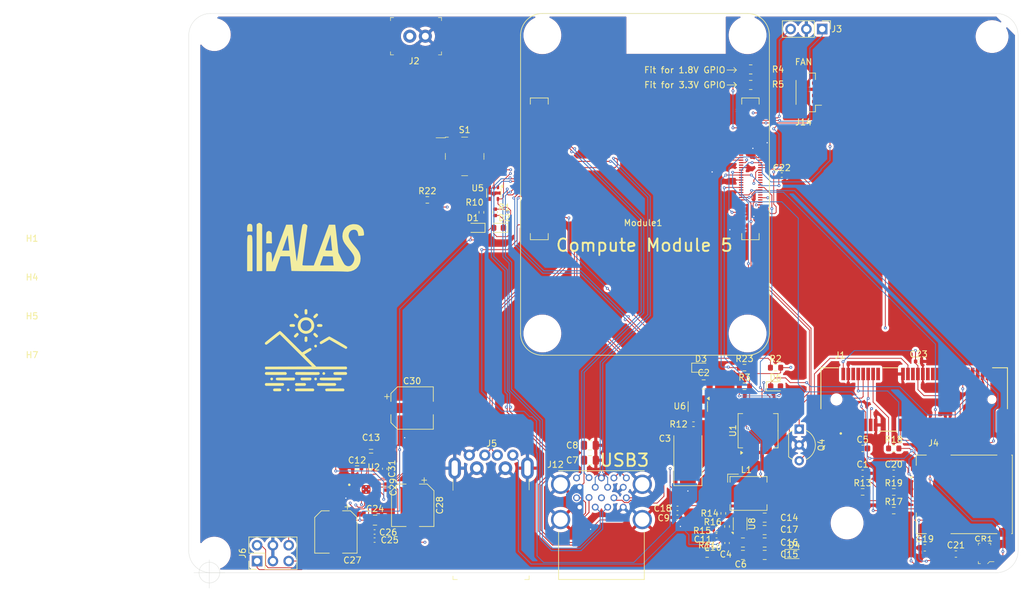
<source format=kicad_pcb>
(kicad_pcb (version 20241229) (generator "pcbnew") (generator_version "9.0")
  (layers (0 "F.Cu" signal) (4 "In1.Cu" power) (6 "In2.Cu" power) (2 "B.Cu" signal) (13 "F.Paste" user) (15 "B.Paste" user) (5 "F.SilkS" user "F.Silkscreen") (7 "B.SilkS" user "B.Silkscreen") (1 "F.Mask" user) (3 "B.Mask" user) (25 "Edge.Cuts" user))
  (net 0 "")
  (net 1 "GND")
  (net 2 "/PCIe-M2/SIM_VDD")
  (net 3 "/CM5_GPIO ( Ethernet, GPIO, SDCARD)/VBAT")
  (net 4 "/CM5_HighSpeed/VBUS")
  (net 5 "/CM5_HighSpeed/+5v")
  (net 6 "/PCIe-M2/M2_3v3")
  (net 7 "/PCIe-M2/FB")
  (net 8 "Net-(CR1-I{slash}O1)")
  (net 9 "Net-(D1-K)")
  (net 10 "Net-(D2-K)")
  (net 11 "Net-(CR1-I{slash}O2)")
  (net 12 "/CM5_GPIO ( Ethernet, GPIO, SDCARD)/nRPIBOOT")
  (net 13 "/CM5_GPIO ( Ethernet, GPIO, SDCARD)/EEPROM_nWP")
  (net 14 "/CM5_GPIO ( Ethernet, GPIO, SDCARD)/SYNC_OUT")
  (net 15 "Net-(R10-Pad2)")
  (net 16 "/+3.3v")
  (net 17 "/CM5_GPIO ( Ethernet, GPIO, SDCARD)/PMIC_ENABLE")
  (net 18 "/CM5_GPIO ( Ethernet, GPIO, SDCARD)/PWR_BUT")
  (net 19 "/CM5_GPIO ( Ethernet, GPIO, SDCARD)/WL_nDis")
  (net 20 "/CM5_GPIO ( Ethernet, GPIO, SDCARD)/BT_nDis")
  (net 21 "Net-(CR1-I{slash}O3)")
  (net 23 "Net-(D3-A)")
  (net 24 "Net-(D4-A)")
  (net 25 "Net-(D6-A)")
  (net 26 "/PCIe-M2/LED_WWAN")
  (net 27 "Net-(U2-MICBIAS_GPI2)")
  (net 28 "Net-(U2-VREF)")
  (net 31 "/+5v")
  (net 33 "/PCIe-M2/USB_DP")
  (net 34 "/PCIe-M2/W_DISABLE")
  (net 43 "/PCIe-M2/SIM_DATA")
  (net 47 "/CM5_HighSpeed/PCIE_RX_N")
  (net 49 "/CM5_HighSpeed/PCIE_RX_P")
  (net 52 "/CM5_HighSpeed/PCIE_TX_N")
  (net 53 "/PCIe-M2/PERST")
  (net 54 "/CM5_HighSpeed/PCIE_TX_P")
  (net 55 "/CM5_HighSpeed/PCIE_nCLKREQ")
  (net 56 "/CM5_HighSpeed/PCIE_CLK_N")
  (net 57 "/CM5_HighSpeed/PCIE_CLK_P")
  (net 59 "/PCIe-M2/SIM_CLK")
  (net 60 "/PCIe-M2/SIM_RST")
  (net 63 "/PCIe-M2/USB_DM")
  (net 65 "/CM5_HighSpeed/USB2_P")
  (net 66 "/CM5_HighSpeed/USB2_N")
  (net 67 "/CM5_GPIO ( Ethernet, GPIO, SDCARD)/DREG")
  (net 68 "/CM5_GPIO ( Ethernet, GPIO, SDCARD)/AREG")
  (net 69 "Net-(J6-Pin_2)")
  (net 73 "/CM5_GPIO ( Ethernet, GPIO, SDCARD)/CAM_GPIO0")
  (net 74 "/CM5_GPIO ( Ethernet, GPIO, SDCARD)/CAM_GPIO1")
  (net 76 "/CM5_GPIO ( Ethernet, GPIO, SDCARD)/SDA0")
  (net 77 "/CM5_GPIO ( Ethernet, GPIO, SDCARD)/ID_SC")
  (net 79 "/CM5_GPIO ( Ethernet, GPIO, SDCARD)/ID_SD")
  (net 83 "/CM5_GPIO ( Ethernet, GPIO, SDCARD)/SD_DAT1")
  (net 84 "/CM5_GPIO ( Ethernet, GPIO, SDCARD)/SD_DAT0")
  (net 85 "/CM5_GPIO ( Ethernet, GPIO, SDCARD)/SD_CLK")
  (net 86 "/CM5_GPIO ( Ethernet, GPIO, SDCARD)/SD_CMD")
  (net 87 "/CM5_GPIO ( Ethernet, GPIO, SDCARD)/SD_DAT3")
  (net 88 "/CM5_GPIO ( Ethernet, GPIO, SDCARD)/SD_DAT2")
  (net 89 "/CM5_GPIO ( Ethernet, GPIO, SDCARD)/GPIO2")
  (net 90 "/CM5_GPIO ( Ethernet, GPIO, SDCARD)/GPIO3")
  (net 91 "/CM5_GPIO ( Ethernet, GPIO, SDCARD)/GPIO4")
  (net 92 "/CM5_GPIO ( Ethernet, GPIO, SDCARD)/GPIO14")
  (net 93 "/CM5_GPIO ( Ethernet, GPIO, SDCARD)/GPIO15")
  (net 94 "/CM5_GPIO ( Ethernet, GPIO, SDCARD)/GPIO17")
  (net 95 "/CM5_GPIO ( Ethernet, GPIO, SDCARD)/GPIO18")
  (net 96 "/CM5_GPIO ( Ethernet, GPIO, SDCARD)/GPIO27")
  (net 97 "/CM5_GPIO ( Ethernet, GPIO, SDCARD)/GPIO22")
  (net 98 "/CM5_GPIO ( Ethernet, GPIO, SDCARD)/GPIO23")
  (net 99 "/CM5_GPIO ( Ethernet, GPIO, SDCARD)/GPIO24")
  (net 100 "/CM5_GPIO ( Ethernet, GPIO, SDCARD)/GPIO10")
  (net 101 "/CM5_GPIO ( Ethernet, GPIO, SDCARD)/GPIO9")
  (net 102 "/CM5_GPIO ( Ethernet, GPIO, SDCARD)/GPIO25")
  (net 103 "/CM5_GPIO ( Ethernet, GPIO, SDCARD)/GPIO11")
  (net 104 "/CM5_GPIO ( Ethernet, GPIO, SDCARD)/GPIO8")
  (net 105 "/CM5_GPIO ( Ethernet, GPIO, SDCARD)/GPIO7")
  (net 106 "/CM5_GPIO ( Ethernet, GPIO, SDCARD)/GPIO5")
  (net 107 "/CM5_GPIO ( Ethernet, GPIO, SDCARD)/GPIO6")
  (net 108 "/CM5_GPIO ( Ethernet, GPIO, SDCARD)/GPIO12")
  (net 109 "/CM5_GPIO ( Ethernet, GPIO, SDCARD)/GPIO13")
  (net 110 "/CM5_GPIO ( Ethernet, GPIO, SDCARD)/GPIO19")
  (net 111 "/CM5_GPIO ( Ethernet, GPIO, SDCARD)/GPIO16")
  (net 112 "/CM5_GPIO ( Ethernet, GPIO, SDCARD)/GPIO26")
  (net 113 "/CM5_GPIO ( Ethernet, GPIO, SDCARD)/GPIO20")
  (net 114 "/CM5_GPIO ( Ethernet, GPIO, SDCARD)/GPIO21")
  (net 129 "/CM5_GPIO ( Ethernet, GPIO, SDCARD)/SCL0")
  (net 130 "/CM5_HighSpeed/HDMI1_D2_N")
  (net 131 "/CM5_HighSpeed/HDMI1_D2_P")
  (net 132 "/CC1")
  (net 136 "/CC2")
  (net 138 "/CM5_HighSpeed/USB3-0-D_N")
  (net 139 "/CM5_HighSpeed/USB3-0-D_P")
  (net 140 "/CM5_HighSpeed/USB3-0-RX_N")
  (net 141 "/CM5_HighSpeed/USB3-0-RX_P")
  (net 142 "/CM5_HighSpeed/USB3-0-TX_N")
  (net 143 "/CM5_HighSpeed/USB3-0-TX_P")
  (net 144 "/CM5_HighSpeed/USB3-1-D_N")
  (net 145 "/CM5_HighSpeed/USB3-1-D_P")
  (net 146 "/CM5_HighSpeed/USB3-1-RX_N")
  (net 147 "/CM5_HighSpeed/USB3-1-RX_P")
  (net 148 "/CM5_HighSpeed/USB3-1-TX_N")
  (net 149 "/CM5_HighSpeed/USB3-1-TX_P")
  (net 150 "/CM5_GPIO ( Ethernet, GPIO, SDCARD)/TACHO")
  (net 151 "/CM5_GPIO ( Ethernet, GPIO, SDCARD)/PWM")
  (net 168 "Net-(J6-Pin_6)")
  (net 169 "Net-(J6-Pin_1)")
  (net 170 "Net-(R22-Pad2)")
  (net 174 "Net-(U8-LX)")
  (net 175 "/CM5_GPIO ( Ethernet, GPIO, SDCARD)/TRD3_P")
  (net 176 "/CM5_GPIO ( Ethernet, GPIO, SDCARD)/TRD1_P")
  (net 177 "/CM5_GPIO ( Ethernet, GPIO, SDCARD)/TRD3_N")
  (net 178 "/CM5_GPIO ( Ethernet, GPIO, SDCARD)/TRD1_N")
  (net 179 "/CM5_GPIO ( Ethernet, GPIO, SDCARD)/TRD2_N")
  (net 180 "/CM5_GPIO ( Ethernet, GPIO, SDCARD)/TRD0_N")
  (net 181 "/CM5_GPIO ( Ethernet, GPIO, SDCARD)/TRD2_P")
  (net 182 "/CM5_GPIO ( Ethernet, GPIO, SDCARD)/TRD0_P")
  (net 183 "/CM5_GPIO ( Ethernet, GPIO, SDCARD)/ETH_LEDY")
  (net 184 "/CM5_GPIO ( Ethernet, GPIO, SDCARD)/ETH_LEDG")
  (net 185 "Net-(Module1A-LED_nACT)")
  (net 191 "/CM5_GPIO ( Ethernet, GPIO, SDCARD)/SD_PWR_ON")
  (net 192 "/CM5_GPIO ( Ethernet, GPIO, SDCARD)/GPIO_VREF")
  (net 193 "/CM5_GPIO ( Ethernet, GPIO, SDCARD)/+1.8v")
  (net 194 "/CM5_GPIO ( Ethernet, GPIO, SDCARD)/nPWR_LED")
  (net 195 "/CM5_HighSpeed/PCIE_PWR_EN")
  (net 196 "/CM5_HighSpeed/PCIE_nWAKE")
  (net 197 "/CM5_HighSpeed/PCIE_nRST")
  (net 198 "/CM5_HighSpeed/VBUS_EN")
  (net 199 "Net-(U6-ILIM)")
  (net 204 "Net-(J6-Pin_5)")
  (net 206 "/CM5_HighSpeed/USBOTG_ID")
  (footprint "Resistor_SMD:R_0402_1005Metric" (layer "F.Cu") (at 152.7 102 90)
    (property "Reference" "R10")
    (property "Value" "1k")
  )
  (footprint "LED_SMD:LED_0603_1608Metric" (layer "F.Cu") (at 155.45 104.5 180)
    (property "Reference" "D2")
    (property "Value" "LED Green")
  )
  (footprint "LED_SMD:LED_0603_1608Metric" (layer "F.Cu") (at 151.8 104.5 180)
    (property "Reference" "D1")
    (property "Value" "LED Red")
  )
  (footprint "Resistor_SMD:R_0402_1005Metric" (layer "F.Cu") (at 154.9 102 90)
    (property "Reference" "R1")
    (property "Value" "1k")
  )
  (footprint "Package_TO_SOT_SMD:SOT-353_SC-70-5" (layer "F.Cu") (at 154.7 98.9 -90)
    (property "Reference" "U5")
    (property "Value" "74LVC1G07SE-7")
  )
  (footprint "CM5IO:MountingHole_2.7mm_M2.5_DIN965" (layer "F.Cu") (at 109.75 156.85)
    (property "Reference" "H2" (hide yes))
    (property "Value" "MountingHole")
  )
  (footprint "CM5IO:MountingHole_2.7mm_M2.5_DIN965" (layer "F.Cu") (at 109.75 73.4)
    (property "Reference" "H3" (hide yes))
    (property "Value" "MountingHole")
  )
  (footprint "CM5IO:MountingHole_2.7mm_M2.5_DIN965" (layer "F.Cu") (at 234.81 73.71)
    (property "Reference" "H6" (hide yes))
    (property "Value" "MountingHole")
  )
  (footprint "CM5IO:MountingHole_2.7mm_M2.5_DIN965" (layer "F.Cu") (at 211.5 152)
    (property "Reference" "H8" (hide yes))
    (property "Value" "MountingHole")
  )
  (footprint "Resistor_SMD:R_0805_2012Metric_Pad1.20x1.40mm_HandSolder" (layer "F.Cu") (at 196 79)
    (property "Reference" "R4")
    (property "Value" "nf")
  )
  (footprint "Resistor_SMD:R_0805_2012Metric_Pad1.20x1.40mm_HandSolder" (layer "F.Cu") (at 196 81.5)
    (property "Reference" "R5")
    (property "Value" "0R")
  )
  (footprint "Package_DFN_QFN:DFN-8-1EP_2x2mm_P0.5mm_EP1.05x1.75mm" (layer "F.Cu") (at 194.3 152.1425 90)
    (property "Reference" "U8")
    (property "Value" "AP3441SHE-7B")
  )
  (footprint "Connector_PinHeader_2.54mm:PinHeader_1x03_P2.54mm_Vertical" (layer "F.Cu") (at 207.5 72.5 -90)
    (property "Reference" "J3")
    (property "Value" "Conn_01x03")
  )
  (footprint "Capacitor_SMD:C_0402_1005Metric" (layer "F.Cu") (at 201 96)
    (property "Reference" "C22")
    (property "Value" "100n")
  )
  (footprint "Capacitor_SMD:C_0805_2012Metric" (layer "F.Cu") (at 194.75 157.1425)
    (property "Reference" "C6")
    (property "Value" "10u")
  )
  (footprint "Capacitor_SMD:C_0805_2012Metric" (layer "F.Cu") (at 198.25 155.1425 180)
    (property "Reference" "C16")
    (property "Value" "10u")
  )
  (footprint "Capacitor_SMD:CP_Elec_6.3x5.9" (layer "F.Cu") (at 141.55 133.5)
    (property "Reference" "C30")
    (property "Value" "10uF")
  )
  (footprint "Resistor_SMD:R_0603_1608Metric" (layer "F.Cu") (at 144 100)
    (property "Reference" "R22")
    (property "Value" "1K")
  )
  (footprint "digikey-footprints:PinHeader_1x2_P2.5mm_Drill1.1mm" (layer "F.Cu") (at 143.68 73.655 180)
    (property "Reference" "J2")
    (property "Value" "B2B-XH-A_LF__SN_")
  )
  (footprint "digikey-footprints:0603" (layer "F.Cu") (at 134.95 140.45)
    (property "Reference" "C13")
    (property "Value" "1uF")
  )
  (footprint "Capacitor_SMD:C_0402_1005Metric" (layer "F.Cu") (at 192.2 155.2275 -90)
    (property "Reference" "C10")
    (property "Value" "100n")
  )
  (footprint "Capacitor_SMD:C_0402_1005Metric" (layer "F.Cu") (at 190.5 154.0425)
    (property "Reference" "C11")
    (property "Value" "4.7nF")
  )
  (footprint "Resistor_SMD:R_0603_1608Metric" (layer "F.Cu") (at 189 157)
    (property "Reference" "R11")
    (property "Value" "330")
  )
  (footprint "Capacitor_SMD:C_0805_2012Metric" (layer "F.Cu") (at 170.1375 139.5)
    (property "Reference" "C8")
    (property "Value" "10u")
  )
  (footprint "Capacitor_SMD:C_0603_1608Metric" (layer "F.Cu") (at 219 144)
    (property "Reference" "C20")
    (property "Value" "33pF")
  )
  (footprint "CM5IO:MTCONN_UBAF30-D2011" (layer "F.Cu") (at 172 151.45)
    (property "Reference" "J12")
    (property "Value" "USB3_A")
  )
  (footprint "0679105700:MOLEX_67910-5700" (layer "F.Cu") (at 220.4875 132.121)
    (property "Reference" "J1")
    (property "Value" "67910-5700")
  )
  (footprint "Resistor_SMD:R_0603_1608Metric" (layer "F.Cu") (at 219 147)
    (property "Reference" "R19")
    (property "Value" "15K")
  )
  (footprint "Connector_JST:JST_SH_BM04B-SRSS-TB_1x04-1MP_P1.00mm_Vertical" (layer "F.Cu") (at 205.3 82.7 90)
    (property "Reference" "J14")
    (property "Value" "JST_SHBM04B-SRSS-TB")
  )
  (footprint "Capacitor_SMD:C_0402_1005Metric" (layer "F.Cu") (at 137.15 143.27 -90)
    (property "Reference" "C31")
    (property "Value" "100n")
  )
  (footprint "digikey-footprints:Switch_Tactile_SMD_6x6mm_PTS645" (layer "F.Cu") (at 150 93)
    (property "Reference" "S1")
    (property "Value" "PTS645SM43SMTR92_LFS")
  )
  (footprint "Capacitor_SMD:C_0805_2012Metric" (layer "F.Cu") (at 188.4375 129.7 180)
    (property "Reference" "C2")
    (property "Value" "10u")
  )
  (footprint "Capacitor_Tantalum_SMD:CP_EIA-7343-31_Kemet-D" (layer "F.Cu") (at 185.9 141.5875 90)
    (property "Reference" "C3")
    (property "Value" "100uF")
  )
  (footprint "CM5IO:MountingHole_2.7mm_M2.5_DIN965" (layer "F.Cu") (at 80.43 115.81)
    (property "Reference" "H4")
    (property "Value" "MountingHole")
  )
  (footprint "Capacitor_SMD:C_0805_2012Metric" (layer "F.Cu") (at 198.2375 153.1425 180)
    (property "Reference" "C17")
    (property "Value" "10u")
  )
  (footprint "CM5IO:MountingHole_2.7mm_M2.5_DIN965" (layer "F.Cu") (at 80.43 128.31)
    (property "Reference" "H7")
    (property "Value" "MountingHole")
  )
  (footprint "Resistor_SMD:R_0603_1608Metric" (layer "F.Cu") (at 214 147)
    (property "Reference" "R13")
    (property "Value" "22R")
  )
  (footprint "Capacitor_SMD:C_0402_1005Metric" (layer "F.Cu") (at 135.52 153.45)
    (property "Reference" "C26")
    (property "Value" "100n")
  )
  (footprint "Resistor_SMD:R_0603_1608Metric" (layer "F.Cu") (at 219 150)
    (property "Reference" "R17")
    (property "Value" "22R")
  )
  (footprint "Package_TO_SOT_SMD:SOT-23-6" (layer "F.Cu") (at 187.5 133.2625 -90)
    (property "Reference" "U6")
    (property "Value" "AP22653W6")
  )
  (footprint "CM5IO:L_Bourns_SRP5030CC" (layer "F.Cu") (at 195.65 147.2425)
    (property "Reference" "L1")
    (property "Value" "2.2uH")
  )
  (footprint "TLV320ADC6120IRTER:IC_TLV320ADC6120IRTER" (layer "F.Cu") (at 134.15 146.6)
    (property "Reference" "U2")
    (property "Value" "TLV320ADC6120IRTER")
  )
  (footprint "Capacitor_SMD:C_0402_1005Metric" (layer "F.Cu") (at 184.23 149.65 180)
    (property "Reference" "C18")
    (property "Value" "100n")
  )
  (footprint "LED_SMD:LED_0603_1608Metric" (layer "F.Cu") (at 188 127)
    (property "Reference" "D3")
    (property "Value" "LED Red")
  )
  (footprint "Resistor_SMD:R_0603_1608Metric" (layer "F.Cu") (at 200 127)
    (property "Reference" "R2")
    (property "Value" "330")
  )
  (footprint "Package_SO:SOIC-8_5.3x6.2mm_P1.27mm" (layer "F.Cu") (at 197.185 137.15 90)
    (property "Reference" "U1")
    (property "Value" "CAT24C128")
  )
  (footprint "Capacitor_SMD:C_0402_1005Metric" (layer "F.Cu") (at 135.52 154.75)
    (property "Reference" "C25")
    (property "Value" "100n")
  )
  (footprint "Capacitor_SMD:C_0603_1608Metric" (layer "F.Cu") (at 214 144)
    (property "Reference" "C1")
    (property "Value" "0.1uF")
  )
  (footprint "Resistor_SMD:R_0402_1005Metric" (layer "F.Cu") (at 192.2 152.5575 90)
    (property "Reference" "R16")
    (property "Value" "2.2K 1%")
  )
  (footprint "Capacitor_SMD:C_0603_1608Metric" (layer "F.Cu") (at 224 156)
    (property "Reference" "C19")
    (property "Value" "33pF")
  )
  (footprint "Capacitor_SMD:C_0805_2012Metric" (layer "F.Cu") (at 170.15 141.9)
    (property "Reference" "C7")
    (property "Value" "10u")
  )
  (footprint "digikey-footprints:SOT23-6L" (layer "F.Cu") (at 233.6 156.9 90)
    (property "Reference" "CR1")
    (property "Value" "DALC208SC6")
  )
  (footprint "Resistor_SMD:R_0402_1005Metric" (layer "F.Cu") (at 190.5 153.0425)
    (property "Reference" "R15")
    (property "Value" "10K 1%")
  )
  (footprint "Resistor_SMD:R_0402_1005Metric" (layer "F.Cu") (at 186.8 136.1 180)
    (property "Reference" "R12")
    (property "Value" "15K 1%")
  )
  (footprint "Connector_PinHeader_2.54mm:PinHeader_2x03_P2.54mm_Vertical" (layer "F.Cu") (at 116.625 158.125 90)
    (property "Reference" "J6")
    (property "Value" "Conn_02x03_Counter_Clockwise")
  )
  (footprint "Resistor_SMD:R_0603_1608Metric" (layer "F.Cu") (at 195 130)
    (property "Reference" "R3")
    (property "Value" "330")
  )
  (footprint "Capacitor_SMD:C_0805_2012Metric" (layer "F.Cu") (at 198.25 157.1425 180)
    (property "Reference" "C15")
    (property "Value" "10u")
  )
  (footprint "digikey-footprints:0805" (layer "F.Cu") (at 135.6 151.55)
    (property "Reference" "C24")
    (property "Value" "1uF")
  )
  (footprint "Capacitor_SMD:C_0805_2012Metric" (layer "F.Cu") (at 198.25 151.1425 180)
    (property "Reference" "C14")
    (property "Value" "10u")
  )
  (footprint "Capacitor_SMD:C_0402_1005Metric" (layer "F.Cu") (at 184.22 151.1 180)
    (property "Reference" "C9")
    (property "Value" "100n")
  )
  (footprint "Resistor_SMD:R_0603_1608Metric" (layer "F.Cu") (at 219 140)
    (property "Reference" "R18")
    (property "Value" "22R")
  )
  (footprint "Ridgeline:Alas" (layer "F.Cu") (at 124.5 107.7)
    (property "Reference" "G***" (hide yes))
    (property "Value" "LOGO" (hide yes))
  )
  (footprint "Capacitor_SMD:CP_Elec_6.3x5.9" (layer "F.Cu") (at 141.65 149.15 -90)
    (property "Reference" "C28")
    (property "Value" "10uF")
  )
  (footprint "Package_TO_SOT_THT:TO-92L_Inline_Wide" (layer "F.Cu") (at 203.8 136.9 -90)
    (property "Reference" "Q4")
    (property "Value" "DTC143Z")
  )
  (footprint "Resistor_SMD:R_0402_1005Metric" (layer "F.Cu") (at 191.6 150.4575 -90)
    (property "Reference" "R14")
    (property "Value" "100K 1%")
  )
  (footprint "Capacitor_SMD:CP_Elec_6.3x5.9" (layer "F.Cu") (at 129.3 153.45 -90)
    (property "Reference" "C27")
    (property "Value" "10uF")
  )
  (footprint "Resistor_SMD:R_0603_1608Metric" (layer "F.Cu") (at 195 127)
    (property "Reference" "R23")
    (property "Value" "10K")
  )
  (footprint "digikey-footprints:USB_Male_A_UP2-AH-1-TH" (layer "F.Cu") (at 154.25 143.175)
    (property "Reference" "J5")
    (property "Value" "UP2-AH-1-TH")
  )
  (footprint "Capacitor_SMD:C_0603_1608Metric" (layer "F.Cu") (at 229 157)
    (property "Reference" "C21")
    (property "Value" "33pF")
  )
  (footprint "CM5IO:MountingHole_2.7mm_M2.5_DIN965" (layer "F.Cu") (at 80.43 109.56)
    (property "Reference" "H1")
    (property "Value" "MountingHole")
  )
  (footprint "Capacitor_SMD:C_0402_1005Metric" (layer "F.Cu") (at 137.35 146.22 -90)
    (property "Reference" "C29")
    (property "Value" "100n")
  )
  (footprint "CM5IO:Raspberry-Pi-5-Compute-Module" (layer "F.Cu") (at 195.5 73.5 180)
    (property "Reference" "Module1")
    (property "Value" "ComputeModule5-CM5")
  )
  (footprint "0786463001:MOLEX_0786463001" (layer "F.Cu") (at 230.345 147.395)
    (property "Reference" "J4")
    (property "Value" "0786463001")
  )
  (footprint "Capacitor_SMD:C_0402_1005Metric" (layer "F.Cu") (at 223 126)
    (property "Reference" "C23")
    (property "Value" "100n")
  )
  (footprint "LED_SMD:LED_0603_1608Metric" (layer "F.Cu") (at 203 157)
    (property "Reference" "D4")
    (property "Value" "LED Red")
  )
  (footprint "Capacitor_SMD:C_0805_2012Metric" (layer "F.Cu") (at 194.75 155.1425)
    (property "Reference" "C4")
    (property "Value" "10u")
  )
  (footprint "digikey-footprints:0603" (layer "F.Cu") (at 132.7 143.1 180)
    (property "Reference" "C12")
    (property "Value" "1uF")
  )
  (footprint "Capacitor_SMD:C_0603_1608Metric" (layer "F.Cu") (at 214 140)
    (property "Reference" "C5")
    (property "Value" "33pF")
  )
  (footprint "Ridgeline:Ridgeline" (layer "F.Cu") (at 124.5 124.2)
    (property "Reference" "G***" (hide yes))
    (property "Value" "LOGO" (hide yes))
  )
  (footprint "CM5IO:MountingHole_2.7mm_M2.5_DIN965" (layer "F.Cu") (at 80.43 122.06)
    (property "Reference" "H5")
    (property "Value" "MountingHole")
  )
  (footprint "LED_SMD:LED_0603_1608Metric" (layer "F.Cu") (at 200 130)
    (property "Reference" "D6")
    (property "Value" "LED Red")
  )
  (gr_line (start 192.2 81.5) (end 193.7 81.5) (stroke (width 0.12)) (layer "F.SilkS"))
  (gr_line (start 192.2 79.1) (end 193.7 79.1) (stroke (width 0.12)) (layer "F.SilkS"))
  (gr_line (start 193.7 81.5) (end 193.3 81.9) (stroke (width 0.12)) (layer "F.SilkS"))
  (gr_line (start 193.7 81.5) (end 193.3 81.1) (stroke (width 0.12)) (layer "F.SilkS"))
  (gr_line (start 193.3 81.1) (end 193.7 81.5) (stroke (width 0.12)) (layer "F.SilkS"))
  (gr_line (start 193.7 79.1) (end 193.3 78.7) (stroke (width 0.12)) (layer "F.SilkS"))
  (gr_line (start 193.7 79.1) (end 193.3 79.5) (stroke (width 0.12)) (layer "F.SilkS"))
  (gr_line (start 239 156.5) (end 239 73.5) (stroke (width 0.05)) (layer "Edge.Cuts"))
  (gr_line (start 235.5 70) (end 109.14 70) (stroke (width 0.05)) (layer "Edge.Cuts"))
  (gr_line (start 105.64 156.5) (end 105.64 73.5) (stroke (width 0.05)) (layer "Edge.Cuts"))
  (gr_arc (start 105.64 73.5) (mid 106.665126 71.025126) (end 109.14 70) (stroke (width 0.05)) (layer "Edge.Cuts"))
  (gr_line (start 109.14 160) (end 235.5 160) (stroke (width 0.05)) (layer "Edge.Cuts"))
  (gr_arc (start 109.14 160) (mid 106.665126 158.974874) (end 105.64 156.5) (stroke (width 0.05)) (layer "Edge.Cuts"))
  (gr_arc (start 235.5 70) (mid 237.974874 71.025126) (end 239 73.5) (stroke (width 0.05)) (layer "Edge.Cuts"))
  (gr_arc (start 239 156.5) (mid 237.974874 158.974874) (end 235.5 160) (stroke (width 0.05)) (layer "Edge.Cuts"))
  (gr_text "Fit for 3.3V GPIO " (at 185.8 81.5 0) (layer "F.SilkS") (effects (font (size 1 1))))
  (gr_text "FAN" (at 204.5 77.8 0) (layer "F.SilkS") (effects (font (size 1 1))))
  (gr_text "Fit for 1.8V GPIO" (at 185.4 79.1 0) (layer "F.SilkS") (effects (font (size 1 1))))
  (gr_text "USB3" (at 175.7 141.9 0) (layer "F.SilkS") (effects (font (size 2 2) (thickness 0.3))))
  (gr_text "Compute Module 5" (at 178.9 107.3 0) (layer "F.SilkS") (effects (font (size 2 2) (thickness 0.3))))
  (target plus (at 108.95 159.99) (size 5) (width 0.05) (layer "Edge.Cuts"))
  (segment (start 163.54 98.8) (end 160.46 98.8) (width 0.13) (layer "F.Cu") (net 1))
  (segment (start 163.54 102.4) (end 160.46 102.4) (width 0.13) (layer "F.Cu") (net 1))
  (segment (start 194.46 102.4) (end 193.4 102.4) (width 0.13) (layer "F.Cu") (net 1))
  (segment (start 196.5 101.95) (end 196.5 102.65) (width 0.13) (layer "F.Cu") (net 1))
  (segment (start 140.2 142.45) (end 143.15 139.5) (width 0.13) (layer "F.Cu") (net 1))
  (segment (start 132.9 148) (end 130.9 148) (width 0.13) (layer "F.Cu") (net 1))
  (segment (start 193.4 102.4) (end 193.3 102.5) (width 0.13) (layer "F.Cu") (net 1))
  (segment (start 197.54 90.8) (end 198.65 90.8) (width 0.13) (layer "F.Cu") (net 1))
  (segment (start 193.1 98.8) (end 193 98.7) (width 0.13) (layer "F.Cu") (net 1))
  (segment (start 196.5 101.45) (end 196.5 101.95) (width 0.13) (layer "F.Cu") (net 1))
  (segment (start 194.46 90.4) (end 193.35 90.4) (width 0.13) (layer "F.Cu") (net 1))
  (segment (start 193.3 103.45) (end 193.15 103.6) (width 0.13) (layer "F.Cu") (net 1))
  (segment (start 194.46 100.8) (end 195.2 100.8) (width 0.13) (layer "F.Cu") (net 1))
  (segment (start 195.2 100.8) (end 195.35 100.95) (width 0.13) (layer "F.Cu") (net 1))
  (segment (start 197.54 93.2) (end 197.06 93.2) (width 0.13) (layer "F.Cu") (net 1))
  (segment (start 161.6 96.4) (end 161.9 96.7) (width 0.13) (layer "F.Cu") (net 1))
  (segment (start 193.25 90.5) (end 193.25 91.9) (width 0.13) (layer "F.Cu") (net 1))
  (segment (start 197.06 93.2) (end 196.35 92.49) (width 0.13) (layer "F.Cu") (net 1))
  (segment (start 200.3 93.2) (end 197.54 93.2) (width 0.13) (layer "F.Cu") (net 1))
  (segment (start 191.1 96.8) (end 189.8 95.5) (width 0.13) (layer "F.Cu") (net 1))
  (segment (start 195.35 102.2) (end 195.15 102.4) (width 0.13) (layer "F.Cu") (net 1))
  (segment (start 163.54 91.6) (end 160.46 91.6) (width 0.13) (layer "F.Cu") (net 1))
  (segment (start 193.25 91.9) (end 193.35 92) (width 0.13) (layer "F.Cu") (net 1))
  (segment (start 199.95 94.45) (end 200.5 93.9) (width 0.13) (layer "F.Cu") (net 1))
  (segment (start 135.4 148) (end 136.65 149.25) (width 0.13) (layer "F.Cu") (net 1))
  (segment (start 143.15 139.5) (end 149.175 139.5) (width 0.13) (layer "F.Cu") (net 1))
  (segment (start 161.9 97.2) (end 161.9 96.7) (width 0.13) (layer "F.Cu") (net 1))
  (segment (start 161.9 96.7) (end 161 97.6) (width 0.13) (layer "F.Cu") (net 1))
  (segment (start 196.5 102) (end 196.9 102.4) (width 0.13) (layer "F.Cu") (net 1))
  (segment (start 163.54 85.6) (end 160.46 85.6) (width 0.13) (layer "F.Cu") (net 1))
  (segment (start 163.54 89.2) (end 160.46 89.2) (width 0.13) (layer "F.Cu") (net 1))
  (segment (start 197.54 103.6) (end 196.85 103.6) (width 0.13) (layer "F.Cu") (net 1))
  (segment (start 195.6 94.8) (end 195.65 94.75) (width 0.13) (layer "F.Cu") (net 1))
  (segment (start 194.46 98.8) (end 193.1 98.8) (width 0.13) (layer "F.Cu") (net 1))
  (segment (start 163.54 101.2) (end 160.46 101.2) (width 0.13) (layer "F.Cu") (net 1))
  (segment (start 196.5 101.95) (end 196.5 102) (width 0.13) (layer "F.Cu") (net 1))
  (segment (start 135.4 145.2) (end 135.544 145.056) (width 0.13) (layer "F.Cu") (net 1))
  (segment (start 196.4 100.55) (end 196.4 101.35) (width 0.13) (layer "F.Cu") (net 1))
  (segment (start 163.54 94) (end 160.46 94) (width 0.13) (layer "F.Cu") (net 1))
  (segment (start 163.54 86.8) (end 160.46 86.8) (width 0.13) (layer "F.Cu") (net 1))
  (segment (start 196.5 103.25) (end 196.5 102.65) (width 0.13) (layer "F.Cu") (net 1))
  (segment (start 196.85 103.6) (end 196.5 103.25) (width 0.13) (layer "F.Cu") (net 1))
  (segment (start 196.65 92) (end 196.35 91.7) (width 0.13) (layer "F.Cu") (net 1))
  (segment (start 200.5 93.9) (end 200.5 93.4) (width 0.13) (layer "F.Cu") (net 1))
  (segment (start 194.46 85.6) (end 193.55 85.6) (width 0.13) (layer "F.Cu") (net 1))
  (segment (start 195.15 102.4) (end 194.46 102.4) (width 0.13) (layer "F.Cu") (net 1))
  (segment (start 132 144.3) (end 132 143.1) (width 0.13) (layer "F.Cu") (net 1))
  (segment (start 137.512038 143.75) (end 139.08 142.182038) (width 0.13) (layer "F.Cu") (net 1))
  (segment (start 196.2 99.95) (end 196.6 100.35) (width 0.13) (layer "F.Cu") (net 1))
  (segment (start 196.2 99.087962) (end 196.2 99.95) (width 0.13) (layer "F.Cu") (net 1))
  (segment (start 135.544 145.056) (end 138.956039 145.056) (width 0.13) (layer "F.Cu") (net 1))
  (segment (start 200.5 93.4) (end 200.3 93.2) (width 0.13) (layer "F.Cu") (net 1))
  (segment (start 162.3 97.6) (end 161.9 97.2) (width 0.13) (layer "F.Cu") (net 1))
  (segment (start 139.08 139.56) (end 140.36 138.28) (width 0.13) (layer "F.Cu") (net 1))
  (segment (start 163.54 92.8) (end 160.46 92.8) (width 0.13) (layer "F.Cu") (net 1))
  (segment (start 196.35 92.49) (end 196.35 91.7) (width 0.13) (layer "F.Cu") (net 1))
  (segment (start 161 97.6) (end 160.46 97.6) (width 0.13) (layer "F.Cu") (net 1))
  (segment (start 163.54 88) (end 160.46 88) (width 0.13) (layer "F.Cu") (net 1))
  (segment (start 193.1 103.6) (end 192.65 104.05) (width 0.13) (layer "F.Cu") (net 1))
  (segment (start 149.175 139.5) (end 150.75 141.075) (width 0.13) (layer "F.Cu") (net 1))
  (segment (start 136.65 149.25) (end 136.65 151.55) (width 0.13) (layer "F.Cu") (net 1))
  (segment (start 193.55 85.6) (end 193.5 85.65) (width 0.13) (layer "F.Cu") (net 1))
  (segment (start 194.46 96.8) (end 191.1 96.8) (width 0.13) (layer "F.Cu") (net 1))
  (segment (start 132.9 145.2) (end 132 144.3) (width 0.13) (layer "F.Cu") (net 1))
  (segment (start 196.6 100.35) (end 196.4 100.55) (width 0.13) (layer "F.Cu") (net 1))
  (segment (start 192.65 104.05) (end 192.65 104.8) (width 0.13) (layer "F.Cu") (net 1))
  (segment (start 163.54 97.6) (end 162.3 97.6) (width 0.13) (layer "F.Cu") (net 1))
  (segment (start 193.3 102.5) (end 193.3 103.45) (width 0.13) (layer "F.Cu") (net 1))
  (segment (start 160.46 96.4) (end 161.6 96.4) (width 0.13) (layer "F.Cu") (net 1))
  (segment (start 197.54 98.4) (end 196.887962 98.4) (width 0.13) (layer "F.Cu") (net 1))
  (segment (start 197.49 100.35) (end 196.6 100.35) (width 0.13) (layer "F.Cu") (net 1))
  (segment (start 194.46 104.8) (end 192.65 104.8) (width 0.13) (layer "F.Cu") (net 1))
  (segment (start 139.08 142.182038) (end 139.08 140.97) (width 0.13) (layer "F.Cu") (net 1))
  (segment (start 197.54 92) (end 196.65 92) (width 0.13) (layer "F.Cu") (net 1))
  (segment (start 139.08 140.97) (end 139.08 139.56) (width 0.13) (layer "F.Cu") (net 1))
  (segment (start 196.887962 98.4) (end 196.2 99.087962) (width 0.13) (layer "F.Cu") (net 1))
  (segment (start 194.46 92) (end 193.35 92) (width 0.13) (layer "F.Cu") (net 1))
  (segment (start 197.54 94.4) (end 199.9 94.4) (width 0.13) (layer "F.Cu") (net 1))
  (segment (start 163.54 103.6) (end 160.46 103.6) (width 0.13) (layer "F.Cu") (net 1))
  (segment (start 194.46 103.6) (end 193.15 103.6) (width 0.13) (layer "F.Cu") (net 1))
  (segment (start 137.15 143.75) (end 137.512038 143.75) (width 0.13) (layer "F.Cu") (net 1))
  (segment (start 199.9 94.4) (end 199.95 94.45) (width 0.13) (layer "F.Cu") (net 1))
  (segment (start 138.956039 145.056) (end 140.2 143.812039) (width 0.13) (layer "F.Cu") (net 1))
  (segment (start 140.2 143.812039) (end 140.2 142.45) (width 0.13) (layer "F.Cu") (net 1))
  (segment (start 196.9 102.4) (end 197.54 102.4) (width 0.13) (layer "F.Cu") (net 1))
  (segment (start 163.54 90.4) (end 160.46 90.4) (width 0.13) (layer "F.Cu") (net 1))
  (segment (start 194.46 94.8) (end 195.6 94.8) (width 0.13) (layer "F.Cu") (net 1))
  (segment (start 194.46 93.2) (end 193.55 93.2) (width 0.13) (layer "F.Cu") (net 1))
  (segment (start 196.4 101.35) (end 196.5 101.45) (width 0.13) (layer "F.Cu") (net 1))
  (segment (start 193.35 90.4) (end 193.25 90.5) (width 0.13) (layer "F.Cu") (net 1))
  (segment (start 193.15 103.6) (end 193.1 103.6) (width 0.13) (layer "F.Cu") (net 1))
  (segment (start 197.54 100.4) (end 197.49 100.35) (width 0.13) (layer "F.Cu") (net 1))
  (segment (start 163.54 100) (end 160.46 100) (width 0.13) (layer "F.Cu") (net 1))
  (segment (start 195.35 100.95) (end 195.35 102.2) (width 0.13) (layer "F.Cu") (net 1))
  (via (at 192.65 104.8) (size 0.45) (drill 0.2) (layers "F.Cu" "B.Cu") (net 1))
  (via (at 189.8 95.5) (size 0.45) (drill 0.2) (layers "F.Cu" "B.Cu") (net 1))
  (via (at 130.9 148) (size 0.45) (drill 0.2) (layers "F.Cu" "B.Cu") (net 1))
  (via (at 196.5 102.65) (size 0.45) (drill 0.2) (layers "F.Cu" "B.Cu") (net 1))
  (via (at 140.36 138.28) (size 0.45) (drill 0.2) (layers "F.Cu" "B.Cu") (net 1))
  (via (at 198.65 90.8) (size 0.45) (drill 0.2) (layers "F.Cu" "B.Cu") (net 1))
  (via (at 196.35 91.7) (size 0.45) (drill 0.2) (layers "F.Cu" "B.Cu") (net 1))
  (segment (start 140.43 138.35) (end 141.15 138.35) (width 0.13) (layer "B.Cu") (net 1))
  (segment (start 140.36 138.28) (end 140.43 138.35) (width 0.13) (layer "B.Cu") (net 1))
  (segment (start 213.225 144) (end 213.225 145.175) (width 0.13) (layer "F.Cu") (net 2))
  (segment (start 232.45 157.85) (end 232.45 158.65) (width 0.13) (layer "F.Cu") (net 2))
  (segment (start 213.3 130.75) (end 213.3 130.45) (width 0.13) (layer "F.Cu") (net 2))
  (segment (start 232.3 158.8) (end 222.5 158.8) (width 0.13) (layer "F.Cu") (net 2))
  (segment (start 221.3 143.2) (end 220.5 142.4) (width 0.13) (layer "F.Cu") (net 2))
  (segment (start 213.5 145.5) (end 215.45 145.5) (width 0.13) (layer "F.Cu") (net 2))
  (segment (start 221.45 144.1) (end 221.3 143.95) (width 0.13) (layer "F.Cu") (net 2))
  (segment (start 218.175 147) (end 218.175 144.05) (width 0.13) (layer "F.Cu") (net 2))
  (segment (start 216.95 147) (end 218.175 147) (width 0.13) (layer "F.Cu") (net 2))
  (segment (start 232.45 158.65) (end 232.3 158.8) (width 0.13) (layer "F.Cu") (net 2))
  (segment (start 213.225 145.175) (end 213.2 145.2) (width 0.13) (layer "F.Cu") (net 2))
  (segment (start 222.5 158.8) (end 221.8 158.1) (width 0.13) (layer "F.Cu") (net 2))
  (segment (start 220.5 142.4) (end 218.5 142.4) (width 0.13) (layer "F.Cu") (net 2))
  (segment (start 221.3 143.95) (end 221.3 143.2) (width 0.13) (layer "F.Cu") (net 2))
  (segment (start 218.225 142.675) (end 218.225 144) (width 0.13) (layer "F.Cu") (net 2))
  (segment (start 215.45 145.5) (end 216.95 147) (width 0.13) (layer "F.Cu") (net 2))
  (segment (start 221.99 144.64) (end 221.45 144.1) (width 0.13) (layer "F.Cu") (net 2))
  (segment (start 213.3 130.45) (end 213.2875 130.4375) (width 0.13) (layer "F.Cu") (net 2))
  (segment (start 213.2 145.2) (end 213.5 145.5) (width 0.13) (layer "F.Cu") (net 2))
  (segment (start 218.5 142.4) (end 218.225 142.675) (width 0.13) (layer "F.Cu") (net 2))
  (segment (start 213.2875 130.4375) (end 213.2875 128.021) (width 0.13) (layer "F.Cu") (net 2))
  (segment (start 223.05 144.64) (end 221.99 144.64) (width 0.13) (layer "F.Cu") (net 2))
  (via (at 213.3 130.75) (size 0.45) (drill 0.2) (layers "F.Cu" "B.Cu") (net 2))
  (via (at 221.45 144.1) (size 0.45) (drill 0.2) (layers "F.Cu" "B.Cu") (net 2))
  (via (at 221.8 158.1) (size 0.45) (drill 0.2) (layers "F.Cu" "B.Cu") (net 2))
  (segment (start 220.9 138.7) (end 219.8 138.7) (width 0.13) (layer "B.Cu") (net 2))
  (segment (start 218 130.75) (end 219.8 132.55) (width 0.13) (layer "B.Cu") (net 2))
  (segment (start 218 130.75) (end 213.3 130.75) (width 0.13) (layer "B.Cu") (net 2))
  (segment (start 222.4 140.8) (end 222.4 140.2) (width 0.13) (layer "B.Cu") (net 2))
  (segment (start 222.4 140.2) (end 220.9 138.7) (width 0.13) (layer "B.Cu") (net 2))
  (segment (start 219.8 138.7) (end 219.8 132.55) (width 0.13) (layer "B.Cu") (net 2))
  (segment (start 221.8 158.1) (end 221.8 144.45) (width 0.13) (layer "B.Cu") (net 2))
  (segment (start 221.45 144.1) (end 221.45 141.75) (width 0.13) (layer "B.Cu") (net 2))
  (segment (start 221.8 144.45) (end 221.45 144.1) (width 0.13) (layer "B.Cu") (net 2))
  (segment (start 221.45 141.75) (end 222.4 140.8) (width 0.13) (layer "B.Cu") (net 2))
  (segment (start 185.35 142.4) (end 185.1 142.15) (width 0.13) (layer "F.Cu") (net 4))
  (segment (start 169.1875 139.5) (end 169.1875 141.8875) (width 0.13) (layer "F.Cu") (net 4))
  (segment (start 180.4 148.8) (end 177.95 148.8) (width 0.13) (layer "F.Cu") (net 4))
  (segment (start 180.95 148.8) (end 180.4 148.8) (width 0.13) (layer "F.Cu") (net 4))
  (segment (start 175.25 151.5) (end 175.15 151.5) (width 0.13) (layer "F.Cu") (net 4))
  (segment (start 177.2 149.55) (end 175.25 151.5) (width 0.13) (layer "F.Cu") (net 4))
  (segment (start 185.1 142.15) (end 182.9 142.15) (width 0.13) (layer "F.Cu") (net 4))
  (segment (start 189.65 134.4) (end 188.45 134.4) (width 0.13) (layer "F.Cu") (net 4))
  (segment (start 182.05 147.7) (end 180.95 148.8) (width 0.13) (layer "F.Cu") (net 4))
  (segment (start 189.95 134.7) (end 189.65 134.4) (width 0.13) (layer "F.Cu") (net 4))
  (segment (start 171.75 151.5) (end 170.25 153) (width 0.13) (layer "F.Cu") (net 4))
  (segment (start 169.2 141.9) (end 169.2 145.55) (width 0.13) (layer "F.Cu") (net 4))
  (segment (start 182.9 142.15) (end 182.05 143) (width 0.13) (layer "F.Cu") (net 4))
  (segment (start 175.15 151.5) (end 171.75 151.5) (width 0.13) (layer "F.Cu") (net 4))
  (segment (start 189.95 142.1) (end 189.95 134.7) (width 0.13) (layer "F.Cu") (net 4))
  (segment (start 185.9 144.7) (end 187.35 144.7) (width 0.13) (layer "F.Cu") (net 4))
  (segment (start 177.95 148.8) (end 177.2 149.55) (width 0.13) (layer "F.Cu") (net 4))
  (segment (start 185.9 144.7) (end 185.9 142.95) (width 0.13) (layer "F.Cu") (net 4))
  (segment (start 169.2 145.55) (end 168.5 146.25) (width 0.13) (layer "F.Cu") (net 4))
  (segment (start 185.9 142.95) (end 185.35 142.4) (width 0.13) (layer "F.Cu") (net 4))
  (segment (start 185.9 144.7) (end 185.9 146.85) (width 0.13) (layer "F.Cu") (net 4))
  (segment (start 182.05 143) (end 182.05 147.7) (width 0.13) (layer "F.Cu") (net 4))
  (segment (start 187.35 144.7) (end 189.95 142.1) (width 0.13) (layer "F.Cu") (net 4))
  (via (at 170.25 153) (size 0.45) (drill 0.2) (layers "F.Cu" "B.Cu") (net 4))
  (via (at 185.9 146.85) (size 0.45) (drill 0.2) (layers "F.Cu" "B.Cu") (net 4))
  (segment (start 168.5 146.25) (end 166.65 148.1) (width 0.13) (layer "B.Cu") (net 4))
  (segment (start 166.65 148.75) (end 167.35 149.45) (width 0.13) (layer "B.Cu") (net 4))
  (segment (start 167.35 149.45) (end 168.5 149.45) (width 0.13) (layer "B.Cu") (net 4))
  (segment (start 166.65 148.1) (end 166.65 148.75) (width 0.13) (layer "B.Cu") (net 4))
  (segment (start 189.3875 131.6125) (end 189.3875 129.7) (width 0.13) (layer "F.Cu") (net 5))
  (segment (start 188.875 132.125) (end 189.3875 131.6125) (width 0.13) (layer "F.Cu") (net 5))
  (segment (start 188.45 132.125) (end 188.875 132.125) (width 0.13) (layer "F.Cu") (net 5))
  (segment (start 190.02 154.0425) (end 190.02 153.0725) (width 0.13) (layer "F.Cu") (net 6))
  (segment (start 189.825 157.775) (end 189.825 157) (width 0.13) (layer "F.Cu") (net 6))
  (segment (start 195.28 133.65) (end 195.28 132.47) (width 0.13) (layer "F.Cu") (net 6))
  (segment (start 222.8875 130.5375) (end 222.8875 128.021) (width 0.13) (layer "F.Cu") (net 6))
  (segment (start 222.52 126.32) (end 222.8875 126.6875) (width 0.13) (layer "F.Cu") (net 6))
  (segment (start 234.0875 130.4625) (end 232.85 131.7) (width 0.13) (layer "F.Cu") (net 6))
  (segment (start 198.906 158.344) (end 190.344 158.344) (width 0.13) (layer "F.Cu") (net 6))
  (segment (start 210.8875 126.0875) (end 210.8875 128.021) (width 0.13) (layer "F.Cu") (net 6))
  (segment (start 199.1875 153.1425) (end 199.1875 151.155) (width 0.13) (layer "F.Cu") (net 6))
  (segment (start 222.52 124.27) (end 222.5 124.25) (width 0.13) (layer "F.Cu") (net 6))
  (segment (start 190.02 155.18) (end 190.02 154.0425) (width 0.13) (layer "F.Cu") (net 6))
  (segment (start 200.05 149.1) (end 200.05 148.35) (width 0.13) (layer "F.Cu") (net 6))
  (segment (start 195.28 132.47) (end 195.825 131.925) (width 0.13) (layer "F.Cu") (net 6))
  (segment (start 228.8875 136.221) (end 229.6875 136.221) (width 0.13) (layer "F.Cu") (net 6))
  (segment (start 232.85 131.7) (end 230.95 131.7) (width 0.13) (layer "F.Cu") (net 6))
  (segment (start 222.5 124.25) (end 222.5 125.801984) (width 0.13) (layer "F.Cu") (net 6))
  (segment (start 223.85 131.5) (end 222.8875 130.5375) (width 0.13) (layer "F.Cu") (net 6))
  (segment (start 197.9 144.8) (end 197.9 147.2425) (width 0.13) (layer "F.Cu") (net 6))
  (segment (start 226.95 131.5) (end 223.85 131.5) (width 0.13) (layer "F.Cu") (net 6))
  (segment (start 197.6 144.1) (end 197.6 144.5) (width 0.13) (layer "F.Cu") (net 6))
  (segment (start 198.9425 147.2425) (end 197.9 147.2425) (width 0.13) (layer "F.Cu") (net 6))
  (segment (start 199.2 151.1425) (end 199.2 149.95) (width 0.13) (layer "F.Cu") (net 6))
  (segment (start 199.2 157.1425) (end 199.2 158.05) (width 0.13) (layer "F.Cu") (net 6))
  (segment (start 200.05 148.35) (end 198.9425 147.2425) (width 0.13) (layer "F.Cu") (net 6))
  (segment (start 228.8875 133.4375) (end 226.95 131.5) (width 0.13) (layer "F.Cu") (net 6))
  (segment (start 222.52 126) (end 222.52 124.27) (width 0.13) (layer "F.Cu") (net 6))
  (segment (start 189.825 155.375) (end 190.02 155.18) (width 0.13) (layer "F.Cu") (net 6))
  (segment (start 234.0875 128.021) (end 234.0875 130.4625) (width 0.13) (layer "F.Cu") (net 6))
  (segment (start 195.95 127.95) (end 200.65 127.95) (width 0.13) (layer "F.Cu") (net 6))
  (segment (start 199.2 149.95) (end 200.05 149.1) (width 0.13) (layer "F.Cu") (net 6))
  (segment (start 195.28 133.65) (end 195.28 136.53) (width 0.13) (layer "F.Cu") (net 6))
  (segment (start 229.6875 132.9625) (end 229.6875 136.221) (width 0.13) (layer "F.Cu") (net 6))
  (segment (start 222.52 126) (end 222.52 126.32) (width 0.13) (layer "F.Cu") (net 6))
  (segment (start 199.2 157.1425) (end 199.2 155.1425) (width 0.13) (layer "F.Cu") (net 6))
  (segment (start 222.8875 126.6875) (end 222.8875 128.021) (width 0.13) (layer "F.Cu") (net 6))
  (segment (start 200.825 127.775) (end 200.825 127) (width 0.13) (layer "F.Cu") (net 6))
  (segment (start 195.28 136.53) (end 195.45 136.7) (width 0.13) (layer "F.Cu") (net 6))
  (segment (start 202.45 126.95) (end 202.4 127) (width 0.13) (layer "F.Cu") (net 6))
  (segment (start 190.344 158.344) (end 189.8 157.8) (width 0.13) (layer "F.Cu") (net 6))
  (segment (start 228.8875 136.221) (end 228.8875 133.4375) (width 0.13) (layer "F.Cu") (net 6))
  (segment (start 210.85 126.05) (end 210.8875 126.0875) (width 0.13) (layer "F.Cu") (net 6))
  (segment (start 189.825 157) (end 189.825 155.375) (width 0.13) (layer "F.Cu") (net 6))
  (segment (start 195.825 130) (end 195.825 127.825) (width 0.13) (layer "F.Cu") (net 6))
  (segment (start 202.4 127) (end 200.825 127) (width 0.13) (layer "F.Cu") (net 6))
  (segment (start 197.6 144.5) (end 197.9 144.8) (width 0.13) (layer "F.Cu") (net 6))
  (segment (start 200.65 127.95) (end 200.825 127.775) (width 0.13) (layer "F.Cu") (net 6))
  (segment (start 189.8 157.8) (end 189.825 157.775) (width 0.13) (layer "F.Cu") (net 6))
  (segment (start 195.825 127.825) (end 195.95 127.95) (width 0.13) (layer "F.Cu") (net 6))
  (segment (start 230.95 131.7) (end 229.6875 132.9625) (width 0.13) (layer "F.Cu") (net 6))
  (segment (start 195.825 131.925) (end 195.825 130) (width 0.13) (layer "F.Cu") (net 6))
  (segment (start 199.2 158.05) (end 198.906 158.344) (width 0.13) (layer "F.Cu") (net 6))
  (segment (start 195.825 127) (end 195.825 127.825) (width 0.13) (layer "F.Cu") (net 6))
  (segment (start 199.2 155.1425) (end 199.2 153.155) (width 0.13) (layer "F.Cu") (net 6))
  (via (at 222.5 124.25) (size 0.45) (drill 0.2) (layers "F.Cu" "B.Cu") (net 6))
  (via (at 197.6 144.1) (size 0.45) (drill 0.2) (layers "F.Cu" "B.Cu") (net 6))
  (via (at 202.45 126.95) (size 0.45) (drill 0.2) (layers "F.Cu" "B.Cu") (net 6))
  (via (at 195.45 136.7) (size 0.45) (drill 0.2) (layers "F.Cu" "B.Cu") (net 6))
  (via (at 210.85 126.05) (size 0.45) (drill 0.2) (layers "F.Cu" "B.Cu") (net 6))
  (segment (start 197.6 138.85) (end 197.6 144.1) (width 0.13) (layer "B.Cu") (net 6))
  (segment (start 222.5 124.25) (end 212.65 124.25) (width 0.13) (layer "B.Cu") (net 6))
  (segment (start 212.65 124.25) (end 210.85 126.05) (width 0.13) (layer "B.Cu") (net 6))
  (segment (start 195.45 136.7) (end 197.6 138.85) (width 0.13) (layer "B.Cu") (net 6))
  (segment (start 192.3425 153.0425) (end 193.55 153.0425) (width 0.13) (layer "F.Cu") (net 7))
  (segment (start 191.01 153.0425) (end 192.175 153.0425) (width 0.13) (layer "F.Cu") (net 7))
  (segment (start 190.98 154.0425) (end 190.98 153.0725) (width 0.13) (layer "F.Cu") (net 7))
  (segment (start 223.05 147.18) (end 224.32 147.18) (width 0.13) (layer "F.Cu") (net 8))
  (segment (start 234.75 157.85) (end 236 157.85) (width 0.13) (layer "F.Cu") (net 8))
  (segment (start 224.85 143.3) (end 221.925 140.375) (width 0.13) (layer "F.Cu") (net 8))
  (segment (start 221.925 140.375) (end 221.55 140) (width 0.13) (layer "F.Cu") (net 8))
  (segment (start 224.85 144.9) (end 224.85 143.3) (width 0.13) (layer "F.Cu") (net 8))
  (segment (start 214.775 140) (end 214.775 141.225) (width 0.13) (layer "F.Cu") (net 8))
  (segment (start 214.775 141.225) (end 215.15 141.6) (width 0.13) (layer "F.Cu") (net 8))
  (segment (start 236.55 157.3) (end 236.55 156.6) (width 0.13) (layer "F.Cu") (net 8))
  (segment (start 224.85 146.65) (end 224.85 144.9) (width 0.13) (layer "F.Cu") (net 8))
  (segment (start 221.55 140) (end 219.825 140) (width 0.13) (layer "F.Cu") (net 8))
  (segment (start 236 157.85) (end 236.55 157.3) (width 0.13) (layer "F.Cu") (net 8))
  (segment (start 224.32 147.18) (end 224.85 146.65) (width 0.13) (layer "F.Cu") (net 8))
  (via (at 236.55 156.6) (size 0.45) (drill 0.2) (layers "F.Cu" "B.Cu") (net 8))
  (via (at 224.85 144.9) (size 0.45) (drill 0.2) (layers "F.Cu" "B.Cu") (net 8))
  (via (at 221.925 140.375) (size 0.45) (drill 0.2) (layers "F.Cu" "B.Cu") (net 8))
  (via (at 215.15 141.6) (size 0.45) (drill 0.2) (layers "F.Cu" "B.Cu") (net 8))
  (segment (start 215.15 141.6) (end 220.7 141.6) (width 0.13) (layer "B.Cu") (net 8))
  (segment (start 220.7 141.6) (end 221.925 140.375) (width 0.13) (layer "B.Cu") (net 8))
  (segment (start 234.9 151.65) (end 231.6 151.65) (width 0.13) (layer "B.Cu") (net 8))
  (segment (start 231.6 151.65) (end 224.85 144.9) (width 0.13) (layer "B.Cu") (net 8))
  (segment (start 236.55 156.6) (end 236.55 153.3) (width 0.13) (layer "B.Cu") (net 8))
  (segment (start 236.55 153.3) (end 234.9 151.65) (width 0.13) (layer "B.Cu") (net 8))
  (segment (start 152.5875 104.5) (end 152.5875 102.6225) (width 0.13) (layer "F.Cu") (net 9))
  (segment (start 155.61 102.51) (end 154.9 102.51) (width 0.13) (layer "F.Cu") (net 10))
  (segment (start 156.2375 104.5) (end 156.2375 103.1375) (width 0.13) (layer "F.Cu") (net 10))
  (segment (start 156.2375 103.1375) (end 155.61 102.51) (width 0.13) (layer "F.Cu") (net 10))
  (segment (start 234.75 155.15) (end 234.2 154.6) (width 0.13) (layer "F.Cu") (net 11))
  (segment (start 223 154.7) (end 224.4 154.7) (width 0.13) (layer "F.Cu") (net 11))
  (segment (start 220.75 150) (end 221.03 149.72) (width 0.13) (layer "F.Cu") (net 11))
  (segment (start 226.85 156) (end 224.775 156) (width 0.13) (layer "F.Cu") (net 11))
  (segment (start 223.05 149.72) (end 223.05 150.55) (width 0.13) (layer "F.Cu") (net 11))
  (segment (start 219.825 150) (end 220.75 150) (width 0.13) (layer "F.Cu") (net 11))
  (segment (start 234.75 155.95) (end 234.75 155.15) (width 0.13) (layer "F.Cu") (net 11))
  (segment (start 222.45 154.15) (end 223 154.7) (width 0.13) (layer "F.Cu") (net 11))
  (segment (start 223.05 150.55) (end 222.45 151.15) (width 0.13) (layer "F.Cu") (net 11))
  (segment (start 228.25 154.6) (end 226.85 156) (width 0.13) (layer "F.Cu") (net 11))
  (segment (start 222.45 151.15) (end 222.45 154.15) (width 0.13) (layer "F.Cu") (net 11))
  (segment (start 221.03 149.72) (end 223.05 149.72) (width 0.13) (layer "F.Cu") (net 11))
  (segment (start 224.4 154.7) (end 224.775 155.075) (width 0.13) (layer "F.Cu") (net 11))
  (segment (start 224.775 155.075) (end 224.775 156) (width 0.13) (layer "F.Cu") (net 11))
  (segment (start 234.2 154.6) (end 228.25 154.6) (width 0.13) (layer "F.Cu") (net 11))
  (segment (start 152.7 101.49) (end 152.7 100.45) (width 0.13) (layer "F.Cu") (net 15))
  (segment (start 152.7 100.45) (end 153.1 100.05) (width 0.13) (layer "F.Cu") (net 15))
  (segment (start 153.1 100.05) (end 153.850001 100.049999) (width 0.13) (layer "F.Cu") (net 15))
  (segment (start 153.850001 100.049999) (end 154.05 99.85) (width 0.13) (layer "F.Cu") (net 15))
  (segment (start 154.6625 105.4125) (end 155.15 105.9) (width 0.13) (layer "F.Cu") (net 16))
  (segment (start 154.25 104.5) (end 154.6625 104.5) (width 0.13) (layer "F.Cu") (net 16))
  (segment (start 156.25 99.55) (end 155.95 99.85) (width 0.13) (layer "F.Cu") (net 16))
  (segment (start 151.0125 106.3375) (end 151.0125 104.5) (width 0.13) (layer "F.Cu") (net 16))
  (segment (start 156.9 101.2) (end 155.9 101.2) (width 0.13) (layer "F.Cu") (net 16))
  (segment (start 138.85 144.8) (end 139.55 144.1) (width 0.13) (layer "F.Cu") (net 16))
  (segment (start 139.55 144.1) (end 139.55 140.2) (width 0.13) (layer "F.Cu") (net 16))
  (segment (start 157.4 101.7) (end 156.9 101.2) (width 0.13) (layer "F.Cu") (net 16))
  (segment (start 132.05 151.55) (end 133.15 151.55) (width 0.13) (layer "F.Cu") (net 16))
  (segment (start 135.04 153.19) (end 134.55 152.7) (width 0.13) (layer "F.Cu") (net 16))
  (segment (start 153.35 106.3) (end 153.35 105.4) (width 0.13) (layer "F.Cu") (net 16))
  (segment (start 157.4 105.35) (end 157.4 101.7) (width 0.13) (layer "F.Cu") (net 16))
  (segment (start 131.15 150.65) (end 132.05 151.55) (width 0.13) (layer "F.Cu") (net 16))
  (segment (start 153.35 105.4) (end 154.25 104.5) (width 0.13) (layer "F.Cu") (net 16))
  (segment (start 155.35 100.65) (end 155.35 99.85) (width 0.13) (layer "F.Cu") (net 16))
  (segment (start 135.8 144.15) (end 136.45 144.8) (width 0.13) (layer "F.Cu") (net 16))
  (segment (start 154.6625 104.5) (end 154.6625 105.4125) (width 0.13) (layer "F.Cu") (net 16))
  (segment (start 155.15 105.9) (end 156.85 105.9) (width 0.13) (layer "F.Cu") (net 16))
  (segment (start 155.9 101.2) (end 155.35 100.65) (width 0.13) (layer "F.Cu") (net 16))
  (segment (start 133.15 151.55) (end 134.55 151.55) (width 0.13) (layer "F.Cu") (net 16))
  (segment (start 193.15 81.8) (end 193.45 81.5) (width 0.13) (layer "F.Cu") (net 16))
  (segment (start 129.3 150.65) (end 131.15 150.65) (width 0.13) (layer "F.Cu") (net 16))
  (segment (start 157.35 95.75) (end 156.25 96.85) (width 0.13) (layer "F.Cu") (net 16))
  (segment (start 134.9 145.2) (end 134.9 144.55) (width 0.13) (layer "F.Cu") (net 16))
  (segment (start 134.9 149.1) (end 134.55 149.45) (width 0.13) (layer "F.Cu") (net 16))
  (segment (start 135.3 144.15) (end 135.8 144.15) (width 0.13) (layer "F.Cu") (net 16))
  (segment (start 135.04 154.75) (end 135.04 153.45) (width 0.13) (layer "F.Cu") (net 16))
  (segment (start 134.9 144.55) (end 135.3 144.15) (width 0.13) (layer "F.Cu") (net 16))
  (segment (start 156.25 96.85) (end 156.25 99.55) (width 0.13) (layer "F.Cu") (net 16))
  (segment (start 136.45 144.8) (end 138.85 144.8) (width 0.13) (layer "F.Cu") (net 16))
  (segment (start 150.9 106.45) (end 153.2 106.45) (width 0.13) (layer "F.Cu") (net 16))
  (segment (start 134.55 152.7) (end 134.55 151.55) (width 0.13) (layer "F.Cu") (net 16))
  (segment (start 135.04 153.45) (end 135.04 153.19) (width 0.13) (layer "F.Cu") (net 16))
  (segment (start 134.55 149.45) (end 134.55 151.55) (width 0.13) (layer "F.Cu") (net 16))
  (segment (start 134.9 148) (end 134.9 149.1) (width 0.13) (layer "F.Cu") (net 16))
  (segment (start 150.9 106.45) (end 151.0125 106.3375) (width 0.13) (layer "F.Cu") (net 16))
  (segment (start 193.15 82.45) (end 193.15 81.8) (width 0.13) (layer "F.Cu") (net 16))
  (segment (start 193.45 81.5) (end 195 81.5) (width 0.13) (layer "F.Cu") (net 16))
  (segment (start 194.46 88.4) (end 193.15 88.4) (width 0.13) (layer "F.Cu") (net 16))
  (segment (start 194.46 88) (end 194.46 88.4) (width 0.13) (layer "F.Cu") (net 16))
  (segment (start 155.95 99.85) (end 155.35 99.85) (width 0.13) (layer "F.Cu") (net 16))
  (segment (start 156.85 105.9) (end 157.4 105.35) (width 0.13) (layer "F.Cu") (net 16))
  (segment (start 153.2 106.45) (end 153.35 106.3) (width 0.13) (layer "F.Cu") (net 16))
  (via (at 193.15 82.45) (size 0.45) (drill 0.2) (layers "F.Cu" "B.Cu") (net 16))
  (via (at 157.35 95.75) (size 0.45) (drill 0.2) (layers "F.Cu" "B.Cu") (net 16))
  (via (at 139.55 140.2) (size 0.45) (drill 0.2) (layers "F.Cu" "B.Cu") (net 16))
  (via (at 193.15 88.4) (size 0.45) (drill 0.2) (layers "F.Cu" "B.Cu") (net 16))
  (via (at 150.9 106.45) (size 0.45) (drill 0.2) (layers "F.Cu" "B.Cu") (net 16))
  (via (at 133.15 151.55) (size 0.45) (drill 0.2) (layers "F.Cu" "B.Cu") (net 16))
  (segment (start 139.55 140.2) (end 139.55 117.55) (width 0.13) (layer "B.Cu") (net 16))
  (segment (start 133.15 150.55) (end 133.15 151.55) (width 0.13) (layer "B.Cu") (net 16))
  (segment (start 193.15 88.4) (end 193.15 82.45) (width 0.13) (layer "B.Cu") (net 16))
  (segment (start 139.55 140.2) (end 139.55 150.1) (width 0.13) (layer "B.Cu") (net 16))
  (segment (start 139.55 117.55) (end 150.6 106.5) (width 0.13) (layer "B.Cu") (net 16))
  (segment (start 139.55 150.1) (end 133.6 150.1) (width 0.13) (layer "B.Cu") (net 16))
  (segment (start 133.6 150.1) (end 133.15 150.55) (width 0.13) (layer "B.Cu") (net 16))
  (segment (start 150.85 106.5) (end 150.9 106.45) (width 0.13) (layer "B.Cu") (net 16))
  (segment (start 150.6 106.5) (end 150.85 106.5) (width 0.13) (layer "B.Cu") (net 16))
  (segment (start 200.65 87.2) (end 197.54 87.2) (width 0.13) (layer "F.Cu") (net 19))
  (via (at 200.65 87.2) (size 0.45) (drill 0.2) (layers "F.Cu" "B.Cu") (net 19))
  (segment (start 207.5 72.5) (end 207.5 73.6) (width 0.13) (layer "B.Cu") (net 19))
  (segment (start 207.5 73.6) (end 205.5 75.6) (width 0.13) (layer "B.Cu") (net 19))
  (segment (start 200.8 87.35) (end 200.65 87.2) (width 0.13) (layer "B.Cu") (net 19))
  (segment (start 205.5 86.95) (end 205.1 87.35) (width 0.13) (layer "B.Cu") (net 19))
  (segment (start 205.1 87.35) (end 200.8 87.35) (width 0.13) (layer "B.Cu") (net 19))
  (segment (start 205.5 75.6) (end 205.5 86.95) (width 0.13) (layer "B.Cu") (net 19))
  (segment (start 200.35 86.8) (end 197.54 86.8) (width 0.13) (layer "F.Cu") (net 20))
  (segment (start 200.6 86.55) (end 200.35 86.8) (width 0.13) (layer "F.Cu") (net 20))
  (via (at 200.6 86.55) (size 0.45) (drill 0.2) (layers "F.Cu" "B.Cu") (net 20))
  (segment (start 200.6 74.32) (end 200.6 86.55) (width 0.13) (layer "B.Cu") (net 20))
  (segment (start 202.42 72.5) (end 200.6 74.32) (width 0.13) (layer "B.Cu") (net 20))
  (segment (start 228.225 155.525) (end 228.225 157) (width 0.13) (layer "F.Cu") (net 21))
  (segment (start 213.85 148.4) (end 219.45 148.4) (width 0.13) (layer "F.Cu") (net 21))
  (segment (start 223.05 148.45) (end 221.95 148.45) (width 0.13) (layer "F.Cu") (net 21))
  (segment (start 213.175 147.725) (end 213.85 148.4) (width 0.13) (layer "F.Cu") (net 21))
  (segment (start 219.825 148.025) (end 219.825 147) (width 0.13) (layer "F.Cu") (net 21))
  (segment (start 224.55 148.45) (end 223.05 148.45) (width 0.13) (layer "F.Cu") (net 21))
  (segment (start 224.7 150.6) (end 224.7 148.6) (width 0.13) (layer "F.Cu") (net 21))
  (segment (start 221.95 148.45) (end 220.5 147) (width 0.13) (layer "F.Cu") (net 21))
  (segment (start 228.225 157.875) (end 228.05 158.05) (width 0.13) (layer "F.Cu") (net 21))
  (segment (start 213.175 147) (end 213.175 147.725) (width 0.13) (layer "F.Cu") (net 21))
  (segment (start 223.75 151.55) (end 224.7 150.6) (width 0.13) (layer "F.Cu") (net 21))
  (segment (start 228.7 155.05) (end 228.225 155.525) (width 0.13) (layer "F.Cu") (net 21))
  (segment (start 219.45 148.4) (end 219.825 148.025) (width 0.13) (layer "F.Cu") (net 21))
  (segment (start 224.35 158.05) (end 224.25 158.15) (width 0.13) (layer "F.Cu") (net 21))
  (segment (start 232.45 155.95) (end 232.45 155.35) (width 0.13) (layer "F.Cu") (net 21))
  (segment (start 228.225 157) (end 228.225 157.875) (width 0.13) (layer "F.Cu") (net 21))
  (segment (start 220.5 147) (end 219.825 147) (width 0.13) (layer "F.Cu") (net 21))
  (segment (start 223.05 151.55) (end 223.75 151.55) (width 0.13) (layer "F.Cu") (net 21))
  (segment (start 232.15 155.05) (end 228.7 155.05) (width 0.13) (layer "F.Cu") (net 21))
  (segment (start 224.7 148.6) (end 224.55 148.45) (width 0.13) (layer "F.Cu") (net 21))
  (segment (start 232.45 155.35) (end 232.15 155.05) (width 0.13) (layer "F.Cu") (net 21))
  (segment (start 228.05 158.05) (end 224.35 158.05) (width 0.13) (layer "F.Cu") (net 21))
  (via (at 224.25 158.15) (size 0.45) (drill 0.2) (layers "F.Cu" "B.Cu") (net 21))
  (via (at 223.05 151.55) (size 0.45) (drill 0.2) (layers "F.Cu" "B.Cu") (net 21))
  (segment (start 224.25 158.15) (end 223.5 158.15) (width 0.13) (layer "B.Cu") (net 21))
  (segment (start 223.5 158.15) (end 223.05 157.7) (width 0.13) (layer "B.Cu") (net 21))
  (segment (start 223.05 157.7) (end 223.05 151.55) (width 0.13) (layer "B.Cu") (net 21))
  (segment (start 199.175 127) (end 199.175 125.875) (width 0.13) (layer "F.Cu") (net 23))
  (segment (start 198.8 125.5) (end 189.25 125.5) (width 0.13) (layer "F.Cu") (net 23))
  (segment (start 188.7875 125.9625) (end 188.7875 127) (width 0.13) (layer "F.Cu") (net 23))
  (segment (start 189.25 125.5) (end 188.7875 125.9625) (width 0.13) (layer "F.Cu") (net 23))
  (segment (start 199.175 125.875) (end 198.8 125.5) (width 0.13) (layer "F.Cu") (net 23))
  (segment (start 203.7875 157) (end 203.7875 158.1125) (width 0.13) (layer "F.Cu") (net 24))
  (segment (start 203.7875 158.1125) (end 203.3 158.6) (width 0.13) (layer "F.Cu") (net 24))
  (segment (start 189.05 158.6) (end 188.175 157.725) (width 0.13) (layer "F.Cu") (net 24))
  (segment (start 188.175 157.725) (end 188.175 157) (width 0.13) (layer "F.Cu") (net 24))
  (segment (start 203.3 158.6) (end 189.05 158.6) (width 0.13) (layer "F.Cu") (net 24))
  (segment (start 200.55 131.5) (end 200.7875 131.2625) (width 0.13) (layer "F.Cu") (net 25))
  (segment (start 200.7875 131.2625) (end 200.7875 130) (width 0.13) (layer "F.Cu") (net 25))
  (segment (start 194.175 131.525) (end 194.15 131.55) (width 0.13) (layer "F.Cu") (net 25))
  (segment (start 194.175 130) (end 194.175 131.525) (width 0.13) (layer "F.Cu") (net 25))
  (via (at 200.55 131.5) (size 0.45) (drill 0.2) (layers "F.Cu" "B.Cu") (net 25))
  (via (at 194.15 131.55) (size 0.45) (drill 0.2) (layers "F.Cu" "B.Cu") (net 25))
  (segment (start 200.5 131.55) (end 200.55 131.5) (width 0.13) (layer "B.Cu") (net 25))
  (segment (start 194.15 131.55) (end 200.5 131.55) (width 0.13) (layer "B.Cu") (net 25))
  (segment (start 205 129.4) (end 202.35 129.4) (width 0.13) (layer "F.Cu") (net 26))
  (segment (start 230.1 128.0335) (end 230.1 130.4) (width 0.13) (layer "F.Cu") (net 26))
  (segment (start 199.95 128.65) (end 199.2125 129.3875) (width 0.13) (layer "F.Cu") (net 26))
  (segment (start 202.35 129.4) (end 201.6 128.65) (width 0.13) (layer "F.Cu") (net 26))
  (segment (start 199.2125 129.3875) (end 199.2125 130) (width 0.13) (layer "F.Cu") (net 26))
  (segment (start 201.6 128.65) (end 199.95 128.65) (width 0.13) (layer "F.Cu") (net 26))
  (via (at 230.1 130.4) (size 0.45) (drill 0.2) (layers "F.Cu" "B.Cu") (net 26))
  (via (at 205 129.4) (size 0.45) (drill 0.2) (layers "F.Cu" "B.Cu") (net 26))
  (segment (start 230.1 130.4) (end 230.1 133.45) (width 0.13) (layer "B.Cu") (net 26))
  (segment (start 228.95 134.6) (end 230.1 133.45) (width 0.13) (layer "B.Cu") (net 26))
  (segment (start 205.65 130.05) (end 219.95 130.05) (width 0.13) (layer "B.Cu") (net 26))
  (segment (start 228.95 134.6) (end 224.5 134.6) (width 0.13) (layer "B.Cu") (net 26))
  (segment (start 205.65 130.05) (end 205 129.4) (width 0.13) (layer "B.Cu") (net 26))
  (segment (start 224.5 134.6) (end 219.95 130.05) (width 0.13) (layer "B.Cu") (net 26))
  (segment (start 133.4 143.1) (end 133.4 145.2) (width 0.13) (layer "F.Cu") (net 27))
  (segment (start 134.25 143.95) (end 133.9 144.3) (width 0.13) (layer "F.Cu") (net 28))
  (segment (start 134.25 140.45) (end 134.25 143.95) (width 0.13) (layer "F.Cu") (net 28))
  (segment (start 133.9 144.3) (end 133.9 145.2) (width 0.13) (layer "F.Cu") (net 28))
  (segment (start 206.234 87.616) (end 198.45 87.616) (width 0.13) (layer "F.Cu") (net 31))
  (segment (start 206.625 84.2) (end 206.625 87.225) (width 0.13) (layer "F.Cu") (net 31))
  (segment (start 193.8 154.6) (end 194.55 153.85) (width 0.13) (layer "F.Cu") (net 31))
  (segment (start 206.625 87.225) (end 206.234 87.616) (width 0.13) (layer "F.Cu") (net 31))
  (segment (start 192.2 154.7475) (end 191.4025 154.7475) (width 0.13) (layer "F.Cu") (net 31))
  (segment (start 192.6475 154.7475) (end 193.0425 155.1425) (width 0.13) (layer "F.Cu") (net 31))
  (segment (start 198.45 87.616) (end 197.556 87.616) (width 0.13) (layer "F.Cu") (net 31))
  (segment (start 191.4025 154.7475) (end 190.7 155.45) (width 0.13) (layer "F.Cu") (net 31))
  (segment (start 184.7 152.55) (end 184.7 151.1) (width 0.13) (layer "F.Cu") (net 31))
  (segment (start 194.55 153.85) (end 194.55 153.0425) (width 0.13) (layer "F.Cu") (net 31))
  (segment (start 193.8 157.1425) (end 193.8 155.1425) (width 0.13) (layer "F.Cu") (net 31))
  (segment (start 197.54 87.6) (end 197.54 89.6) (width 0.13) (layer "F.Cu") (net 31))
  (segment (start 193.0425 155.1425) (end 193.8 155.1425) (width 0.13) (layer "F.Cu") (net 31))
  (segment (start 184.71 150.99) (end 184.71 149.65) (width 0.13) (layer "F.Cu") (net 31))
  (segment (start 192.2 154.7475) (end 192.6475 154.7475) (width 0.13) (layer "F.Cu") (net 31))
  (via (at 190.7 155.45) (size 0.45) (drill 0.2) (layers "F.Cu" "B.Cu") (net 31))
  (via (at 198.45 87.616) (size 0.45) (drill 0.2) (layers "F.Cu" "B.Cu") (net 31))
  (via (at 184.7 152.55) (size 0.45) (drill 0.2) (layers "F.Cu" "B.Cu") (net 31))
  (segment (start 190.7 155.45) (end 186.1 155.45) (width 0.13) (layer "B.Cu") (net 31))
  (segment (start 184.7 152.55) (end 178.644 158.606) (width 0.13) (layer "B.Cu") (net 31))
  (segment (start 158.65 156.55) (end 158.65 141.975) (width 0.13) (layer "B.Cu") (net 31))
  (segment (start 178.644 158.606) (end 160.706 158.606) (width 0.13) (layer "B.Cu") (net 31))
  (segment (start 186.05 155.4) (end 186.05 153.9) (width 0.13) (layer "B.Cu") (net 31))
  (segment (start 186.1 155.45) (end 186.05 155.4) (width 0.13) (layer "B.Cu") (net 31))
  (segment (start 186.05 153.9) (end 184.7 152.55) (width 0.13) (layer "B.Cu") (net 31))
  (segment (start 160.706 158.606) (end 158.65 156.55) (width 0.13) (layer "B.Cu") (net 31))
  (segment (start 158.65 141.975) (end 157.75 141.075) (width 0.13) (layer "B.Cu") (net 31))
  (segment (start 221.2875 126.5875) (end 220.2 125.5) (width 0.13) (layer "F.Cu") (net 34))
  (segment (start 205.55 132.45) (end 205.55 140.23) (width 0.13) (layer "F.Cu") (net 34))
  (segment (start 206.25 128) (end 206.25 131.75) (width 0.13) (layer "F.Cu") (net 34))
  (segment (start 221.2875 128.021) (end 221.2875 126.5875) (width 0.13) (layer "F.Cu") (net 34))
  (segment (start 206.25 131.75) (end 205.55 132.45) (width 0.13) (layer "F.Cu") (net 34))
  (segment (start 205.55 140.23) (end 203.8 141.98) (width 0.13) (layer "F.Cu") (net 34))
  (segment (start 220.2 125.5) (end 208.75 125.5) (width 0.13) (layer "F.Cu") (net 34))
  (segment (start 208.75 125.5) (end 206.25 128) (width 0.13) (layer "F.Cu") (net 34))
  (segment (start 214.0875 131.6375) (end 214.0875 128.021) (width 0.13) (layer "F.Cu") (net 43))
  (segment (start 214.825 146.175) (end 214.6 145.95) (width 0.13) (layer "F.Cu") (net 43))
  (segment (start 214.1 131.65) (end 214.0875 131.6375) (width 0.13) (layer "F.Cu") (net 43))
  (segment (start 214.825 147) (end 214.825 146.175) (width 0.13) (layer "F.Cu") (net 43))
  (segment (start 213.85 131.9) (end 214.1 131.65) (width 0.13) (layer "F.Cu") (net 43))
  (segment (start 214.6 145.95) (end 212.3 145.95) (width 0.13) (layer "F.Cu") (net 43))
  (segment (start 212.65 131.9) (end 213.85 131.9) (width 0.13) (layer "F.Cu") (net 43))
  (segment (start 209.4 135.15) (end 212.65 131.9) (width 0.13) (layer "F.Cu") (net 43))
  (segment (start 209.4 143.05) (end 209.4 135.15) (width 0.13) (layer "F.Cu") (net 43))
  (segment (start 212.3 145.95) (end 209.4 143.05) (width 0.13) (layer "F.Cu") (net 43))
  (segment (start 214.9 131.95) (end 214.8875 131.9375) (width 0.13) (layer "F.Cu") (net 59))
  (segment (start 214.8875 131.9375) (end 214.8875 128.021) (width 0.13) (layer "F.Cu") (net 59))
  (segment (start 218.175 150) (end 215.7 150) (width 0.13) (layer "F.Cu") (net 59))
  (via (at 215.7 150) (size 0.45) (drill 0.2) (layers "F.Cu" "B.Cu") (net 59))
  (via (at 214.9 131.95) (size 0.45) (drill 0.2) (layers "F.Cu" "B.Cu") (net 59))
  (segment (start 214.734 142.234) (end 214.734 132.116) (width 0.13) (layer "B.Cu") (net 59))
  (segment (start 214.734 132.116) (end 214.9 131.95) (width 0.13) (layer "B.Cu") (net 59))
  (segment (start 214.734 142.234) (end 215.7 143.2) (width 0.13) (layer "B.Cu") (net 59))
  (segment (start 215.7 150) (end 215.7 143.2) (width 0.13) (layer "B.Cu") (net 59))
  (segment (start 218.175 135.025) (end 215.6875 132.5375) (width 0.13) (layer "F.Cu") (net 60))
  (segment (start 218.175 140) (end 218.175 135.025) (width 0.13) (layer "F.Cu") (net 60))
  (segment (start 215.6875 132.5375) (end 215.6875 128.021) (width 0.13) (layer "F.Cu") (net 60))
  (segment (start 166.09 105.121298) (end 164.968702 104) (width 0.13) (layer "F.Cu") (net 65))
  (segment (start 160.178702 113.24) (end 163.828702 113.24) (width 0.13) (layer "F.Cu") (net 65))
  (segment (start 155.25 141.075) (end 154.44 140.265) (width 0.13) (layer "F.Cu") (net 65))
  (segment (start 154.44 118.978702) (end 160.178702 113.24) (width 0.13) (layer "F.Cu") (net 65))
  (segment (start 166.09 110.978702) (end 166.09 105.121298) (width 0.13) (layer "F.Cu") (net 65))
  (segment (start 164.968702 104) (end 163.54 104) (width 0.13) (layer "F.Cu") (net 65))
  (segment (start 154.44 140.265) (end 154.44 118.978702) (width 0.13) (layer "F.Cu") (net 65))
  (segment (start 163.828702 113.24) (end 166.09 110.978702) (width 0.13) (layer "F.Cu") (net 65))
  (segment (start 153.25 141.075) (end 154.06 140.265) (width 0.13) (layer "F.Cu") (net 66))
  (segment (start 164.831298 104.4) (end 163.54 104.4) (width 0.13) (layer "F.Cu") (net 66))
  (segment (start 165.71 110.821298) (end 165.71 105.278702) (width 0.13) (layer "F.Cu") (net 66))
  (segment (start 160.021298 112.86) (end 163.671298 112.86) (width 0.13) (layer "F.Cu") (net 66))
  (segment (start 165.71 105.278702) (end 164.831298 104.4) (width 0.13) (layer "F.Cu") (net 66))
  (segment (start 163.671298 112.86) (end 165.71 110.821298) (width 0.13) (layer "F.Cu") (net 66))
  (segment (start 154.06 118.821298) (end 160.021298 112.86) (width 0.13) (layer "F.Cu") (net 66))
  (segment (start 154.06 140.265) (end 154.06 118.821298) (width 0.13) (layer "F.Cu") (net 66))
  (segment (start 136.4 145.85) (end 135.55 145.85) (width 0.13) (layer "F.Cu") (net 67))
  (segment (start 140.09 145.74) (end 137.35 145.74) (width 0.13) (layer "F.Cu") (net 67))
  (segment (start 141.65 146.35) (end 140.7 146.35) (width 0.13) (layer "F.Cu") (net 67))
  (segment (start 140.7 146.35) (end 140.09 145.74) (width 0.13) (layer "F.Cu") (net 67))
  (segment (start 137.35 145.74) (end 136.51 145.74) (width 0.13) (layer "F.Cu") (net 67))
  (segment (start 136.51 145.74) (end 136.4 145.85) (width 0.13) (layer "F.Cu") (net 67))
  (segment (start 134.506 143.144) (end 134.86 142.79) (width 0.13) (layer "F.Cu") (net 68))
  (segment (start 134.4 145.2) (end 134.506 145.094) (width 0.13) (layer "F.Cu") (net 68))
  (segment (start 134.506 145.094) (end 134.506 143.144) (width 0.13) (layer "F.Cu") (net 68))
  (segment (start 138.75 142.15) (end 138.11 142.79) (width 0.13) (layer "F.Cu") (net 68))
  (segment (start 138.75 133.5) (end 138.75 142.15) (width 0.13) (layer "F.Cu") (net 68))
  (segment (start 134.86 142.79) (end 137.15 142.79) (width 0.13) (layer "F.Cu") (net 68))
  (segment (start 138.11 142.79) (end 137.15 142.79) (width 0.13) (layer "F.Cu") (net 68))
  (segment (start 124.15 158.8) (end 123.7 159.25) (width 0.13) (layer "F.Cu") (net 69))
  (segment (start 123.7 159.2) (end 118.4 159.2) (width 0.13) (layer "F.Cu") (net 69))
  (segment (start 127.5 146.85) (end 124.15 150.2) (width 0.13) (layer "F.Cu") (net 69))
  (segment (start 132.75 146.85) (end 127.5 146.85) (width 0.13) (layer "F.Cu") (net 69))
  (segment (start 124.15 150.2) (end 124.15 158.8) (width 0.13) (layer "F.Cu") (net 69))
  (segment (start 118.4 159.2) (end 118 158.8) (width 0.13) (layer "F.Cu") (net 69))
  (segment (start 118 158.8) (end 118 156.3) (width 0.13) (layer "F.Cu") (net 69))
  (segment (start 117.285 155.585) (end 116.625 155.585) (width 0.13) (layer "F.Cu") (net 69))
  (segment (start 118 156.3) (end 117.285 155.585) (width 0.13) (layer "F.Cu") (net 69))
  (segment (start 123.7 159.25) (end 123.7 159.2) (width 0.13) (layer "F.Cu") (net 69))
  (segment (start 197.82 133.65) (end 197.82 130.47) (width 0.13) (layer "F.Cu") (net 77))
  (segment (start 199.4 99.25) (end 198.15 98) (width 0.13) (layer "F.Cu") (net 77))
  (segment (start 198.15 98) (end 197.54 98) (width 0.13) (layer "F.Cu") (net 77))
  (segment (start 197.82 130.47) (end 197.55 130.2) (width 0.13) (layer "F.Cu") (net 77))
  (segment (start 199.4 101.4) (end 199.4 99.25) (width 0.13) (layer "F.Cu") (net 77))
  (via (at 197.55 130.2) (size 0.45) (drill 0.2) (layers "F.Cu" "B.Cu") (net 77))
  (via (at 199.4 101.4) (size 0.45) (drill 0.2) (layers "F.Cu" "B.Cu") (net 77))
  (segment (start 199.4 124.2) (end 199.4 101.4) (width 0.13) (layer "B.Cu") (net 77))
  (segment (start 197.55 130.2) (end 197.55 126.05) (width 0.13) (layer "B.Cu") (net 77))
  (segment (start 197.55 126.05) (end 199.4 124.2) (width 0.13) (layer "B.Cu") (net 77))
  (segment (start 199.09 133.65) (end 199.09 131.74) (width 0.13) (layer "F.Cu") (net 79))
  (segment (start 192.05 98.05) (end 192.1 98) (width 0.13) (layer "F.Cu") (net 79))
  (segment (start 191.75 98.05) (end 192.05 98.05) (width 0.13) (layer "F.Cu") (net 79))
  (segment (start 198.1 130.75) (end 199.09 131.74) (width 0.13) (layer "F.Cu") (net 79))
  (segment (start 192.1 98) (end 194.46 98) (width 0.13) (layer "F.Cu") (net 79))
  (segment (start 198.1 130.75) (end 198.1 129.4) (width 0.13) (layer "F.Cu") (net 79))
  (via (at 198.1 129.4) (size 0.45) (drill 0.2) (layers "F.Cu" "B.Cu") (net 79))
  (via (at 191.75 98.05) (size 0.45) (drill 0.2) (layers "F.Cu" "B.Cu") (net 79))
  (segment (start 198.1 129.4) (end 198.1 130.65) (width 0.13) (layer "B.Cu") (net 79))
  (segment (start 197.9 130.85) (end 197.2 130.85) (width 0.13) (layer "B.Cu") (net 79))
  (segment (start 198.1 130.65) (end 197.9 130.85) (width 0.13) (layer "B.Cu") (net 79))
  (segment (start 191.75 125.4) (end 191.75 98.05) (width 0.13) (layer "B.Cu") (net 79))
  (segment (start 191.75 125.4) (end 197.2 130.85) (width 0.13) (layer "B.Cu") (net 79))
  (segment (start 137.67 87.6) (end 129.27 96) (width 0.13) (layer "F.Cu") (net 89))
  (segment (start 136.31 146.85) (end 135.55 146.85) (width 0.13) (layer "F.Cu") (net 89))
  (segment (start 129.27 96) (end 129.27 143.63) (width 0.13) (layer "F.Cu") (net 89))
  (segment (start 183.44 87.68) (end 177.59 81.83) (width 0.13) (layer "F.Cu") (net 89))
  (segment (start 143.44 81.83) (end 137.67 87.6) (width 0.13) (layer "F.Cu") (net 89))
  (segment (start 194.46 93.6) (end 189.36 93.6) (width 0.13) (layer "F.Cu") (net 89))
  (segment (start 136.99 147.53) (end 136.31 146.85) (width 0.13) (layer "F.Cu") (net 89))
  (segment (start 189.36 93.6) (end 183.44 87.68) (width 0.13) (layer "F.Cu") (net 89))
  (segment (start 177.59 81.83) (end 162.16 81.83) (width 0.13) (layer "F.Cu") (net 89))
  (segment (start 162.16 81.83) (end 143.44 81.83) (width 0.13) (layer "F.Cu") (net 89))
  (segment (start 136.99 148.19) (end 136.99 147.53) (width 0.13) (layer "F.Cu") (net 89))
  (via (at 136.99 148.19) (size 0.45) (drill 0.2) (layers "F.Cu" "B.Cu") (net 89))
  (via (at 129.27 143.63) (size 0.45) (drill 0.2) (layers "F.Cu" "B.Cu") (net 89))
  (segment (start 129.27 143.63) (end 135.26 143.63) (width 0.13) (layer "B.Cu") (net 89))
  (segment (start 136.99 145.36) (end 136.99 148.19) (width 0.13) (layer "B.Cu") (net 89))
  (segment (start 135.26 143.63) (end 136.36 144.73) (width 0.13) (layer "B.Cu") (net 89))
  (segment (start 136.36 144.73) (end 136.99 145.36) (width 0.13) (layer "B.Cu") (net 89))
  (segment (start 139.24 154.11) (end 140.12 154.99) (width 0.13) (layer "F.Cu") (net 90))
  (segment (start 138.865 146.225) (end 139.24 146.6) (width 0.13) (layer "F.Cu") (net 90))
  (segment (start 135.55 146.35) (end 135.675 146.225) (width 0.13) (layer "F.Cu") (net 90))
  (segment (start 135.675 146.225) (end 138.865 146.225) (width 0.13) (layer "F.Cu") (net 90))
  (segment (start 140.12 154.99) (end 140.23 155.1) (width 0.13) (layer "F.Cu") (net 90))
  (segment (start 139.24 146.6) (end 139.24 154.11) (width 0.13) (layer "F.Cu") (net 90))
  (segment (start 195.36 93.79) (end 195.15 94) (width 0.13) (layer "F.Cu") (net 90))
  (segment (start 195.15 94) (end 194.46 94) (width 0.13) (layer "F.Cu") (net 90))
  (segment (start 195.36 93.56) (end 195.36 93.79) (width 0.13) (layer "F.Cu") (net 90))
  (segment (start 140.23 155.1) (end 143.61 155.1) (width 0.13) (layer "F.Cu") (net 90))
  (via (at 195.36 93.56) (size 0.45) (drill 0.2) (layers "F.Cu" "B.Cu") (net 90))
  (via (at 143.61 155.1) (size 0.45) (drill 0.2) (layers "F.Cu" "B.Cu") (net 90))
  (segment (start 214.4875 136.221) (end 214.4875 134.1375) (width 0.13) (layer "F.Cu") (net 92))
  (segment (start 196.229 94) (end 197.54 94) (width 0.13) (layer "F.Cu") (net 92))
  (segment (start 213.8 133.45) (end 214.4875 134.1375) (width 0.13) (layer "F.Cu") (net 92))
  (segment (start 213.8 133.45) (end 213.8 133.25) (width 0.13) (layer "F.Cu") (net 92))
  (via (at 196.229 94) (size 0.45) (drill 0.2) (layers "F.Cu" "B.Cu") (net 92))
  (via (at 213.8 133.25) (size 0.45) (drill 0.2) (layers "F.Cu" "B.Cu") (net 92))
  (segment (start 196.229 94) (end 195.7 94) (width 0.13) (layer "B.Cu") (net 92))
  (segment (start 213.8 132.4) (end 212.3 130.9) (width 0.13) (layer "B.Cu") (net 92))
  (segment (start 213.8 133.25) (end 213.8 132.4) (width 0.13) (layer "B.Cu") (net 92))
  (segment (start 203.65 129.65) (end 203.65 102.95) (width 0.13) (layer "B.Cu") (net 92))
  (segment (start 203.65 102.95) (end 201 100.3) (width 0.13) (layer "B.Cu") (net 92))
  (segment (start 195.741038 100.229) (end 195.741039 100.229) (width 0.13) (layer "B.Cu") (net 92))
  (segment (start 201 100.3) (end 195.812038 100.3) (width 0.13) (layer "B.Cu") (net 92))
  (segment (start 195.812038 100.3) (end 195.741038 100.229) (width 0.13) (layer "B.Cu") (net 92))
  (segment (start 194.5 95.2) (end 194.5 98.987961) (width 0.13) (layer "B.Cu") (net 92))
  (segment (start 204.9 130.9) (end 203.65 129.65) (width 0.13) (layer "B.Cu") (net 92))
  (segment (start 195.7 94) (end 194.5 95.2) (width 0.13) (layer "B.Cu") (net 92))
  (segment (start 194.5 98.987961) (end 195.741038 100.229) (width 0.13) (layer "B.Cu") (net 92))
  (segment (start 212.3 130.9) (end 204.9 130.9) (width 0.13) (layer "B.Cu") (net 92))
  (segment (start 217.65 109.65) (end 203.05 95.05) (width 0.13) (layer "F.Cu") (net 93))
  (segment (start 198.45 94.8) (end 197.54 94.8) (width 0.13) (layer "F.Cu") (net 93))
  (segment (start 198.7 95.05) (end 198.45 94.8) (width 0.13) (layer "F.Cu") (net 93))
  (segment (start 215.45 133.6) (end 215.2875 133.7625) (width 0.13) (layer "F.Cu") (net 93))
  (segment (start 215.2875 133.7625) (end 215.2875 136.221) (width 0.13) (layer "F.Cu") (net 93))
  (segment (start 198.7 95.05) (end 203.05 95.05) (width 0.13) (layer "F.Cu") (net 93))
  (segment (start 217.65 120.6) (end 217.65 109.65) (width 0.13) (layer "F.Cu") (net 93))
  (via (at 215.45 133.6) (size 0.45) (drill 0.2) (layers "F.Cu" "B.Cu") (net 93))
  (via (at 217.65 120.6) (size 0.45) (drill 0.2) (layers "F.Cu" "B.Cu") (net 93))
  (segment (start 196.5 96.8) (end 196.8 96.5) (width 0.13) (layer "F.Cu") (net 95))
  (segment (start 133.9 148) (end 133.9 149.138313) (width 0.13) (layer "F.Cu") (net 95))
  (segment (start 196.5 97.35) (end 196.5 96.8) (width 0.13) (layer "F.Cu") (net 95))
  (segment (start 196.8 95.55) (end 197.15 95.2) (width 0.13) (layer "F.Cu") (net 95))
  (segment (start 133.9 149.138313) (end 133.572313 149.466) (width 0.13) (layer "F.Cu") (net 95))
  (segment (start 196.8 96.5) (end 196.8 95.55) (width 0.13) (layer "F.Cu") (net 95))
  (segment (start 133.3 149.466) (end 132.866 149.466) (width 0.13) (layer "F.Cu") (net 95))
  (segment (start 197.15 95.2) (end 197.54 95.2) (width 0.13) (layer "F.Cu") (net 95))
  (segment (start 133.572313 149.466) (end 133.3 149.466) (width 0.13) (layer "F.Cu") (net 95))
  (segment (start 132.866 149.466) (end 132.5 149.1) (width 0.13) (layer "F.Cu") (net 95))
  (via (at 196.5 97.35) (size 0.45) (drill 0.2) (layers "F.Cu" "B.Cu") (net 95))
  (via (at 132.5 149.1) (size 0.45) (drill 0.2) (layers "F.Cu" "B.Cu") (net 95))
  (segment (start 195.635 111.135) (end 195.635 110.25) (width 0.13) (layer "F.Cu") (net 96))
  (segment (start 195.635 111.135) (end 205.444 120.944) (width 0.13) (layer "F.Cu") (net 96))
  (segment (start 202.2125 157) (end 202.2125 134.1375) (width 0.13) (layer "F.Cu") (net 96))
  (segment (start 205.444 130.906) (end 205.444 120.944) (width 0.13) (layer "F.Cu") (net 96))
  (segment (start 202.2125 134.1375) (end 205.444 130.906) (width 0.13) (layer "F.Cu") (net 96))
  (segment (start 193.15 95.6) (end 194.46 95.6) (width 0.13) (layer "F.Cu") (net 96))
  (segment (start 193.1 95.55) (end 193.15 95.6) (width 0.13) (layer "F.Cu") (net 96))
  (via (at 195.635 110.25) (size 0.45) (drill 0.2) (layers "F.Cu" "B.Cu") (net 96))
  (via (at 193.1 95.55) (size 0.45) (drill 0.2) (layers "F.Cu" "B.Cu") (net 96))
  (segment (start 195.635 110.25) (end 195.635 100.485) (width 0.13) (layer "B.Cu") (net 96))
  (segment (start 195.15 100) (end 195.1 100) (width 0.13) (layer "B.Cu") (net 96))
  (segment (start 193.1 98) (end 193.1 95.55) (width 0.13) (layer "B.Cu") (net 96))
  (segment (start 195.635 100.485) (end 195.15 100) (width 0.13) (layer "B.Cu") (net 96))
  (segment (start 195.1 100) (end 193.1 98) (width 0.13) (layer "B.Cu") (net 96))
  (segment (start 192.5 127) (end 192.4 126.9) (width 0.13) (layer "F.Cu") (net 97))
  (segment (start 200.52 97.67) (end 200.55 97.7) (width 0.13) (layer "F.Cu") (net 97))
  (segment (start 192 96) (end 194.46 96) (width 0.13) (layer "F.Cu") (net 97))
  (segment (start 200.52 96) (end 200.52 97.67) (width 0.13) (layer "F.Cu") (net 97))
  (segment (start 143.175 100) (end 143.175 100.825) (width 0.13) (layer "F.Cu") (net 97))
  (segment (start 143.175 100.825) (end 143.5 101.15) (width 0.13) (layer "F.Cu") (net 97))
  (segment (start 143.5 101.15) (end 147.2 101.15) (width 0.13) (layer "F.Cu") (net 97))
  (segment (start 194.175 127) (end 192.5 127) (width 0.13) (layer "F.Cu") (net 97))
  (segment (start 196.1 96) (end 194.46 96) (width 0.13) (layer "F.Cu") (net 97))
  (via (at 147.2 101.15) (size 0.45) (drill 0.2) (layers "F.Cu" "B.Cu") (net 97))
  (via (at 192 96) (size 0.45) (drill 0.2) (layers "F.Cu" "B.Cu") (net 97))
  (via (at 192.4 126.9) (size 0.45) (drill 0.2) (layers "F.Cu" "B.Cu") (net 97))
  (via (at 196.1 96) (size 0.45) (drill 0.2) (layers "F.Cu" "B.Cu") (net 97))
  (via (at 200.55 97.7) (size 0.45) (drill 0.2) (layers "F.Cu" "B.Cu") (net 97))
  (segment (start 192.4 126.9) (end 191.4 126.9) (width 0.13) (layer "B.Cu") (net 97))
  (segment (start 200.55 97.7) (end 197.8 97.7) (width 0.13) (layer "B.Cu") (net 97))
  (segment (start 191.4 126.9) (end 191.25 126.75) (width 0.13) (layer "B.Cu") (net 97))
  (segment (start 191.25 126.75) (end 191.25 96.75) (width 0.13) (layer "B.Cu") (net 97))
  (segment (start 191.25 96.75) (end 192 96) (width 0.13) (layer "B.Cu") (net 97))
  (segment (start 197.8 97.7) (end 196.1 96) (width 0.13) (layer "B.Cu") (net 97))
  (segment (start 220.6 138.7) (end 227.05 138.7) (width 0.13) (layer "F.Cu") (net 107))
  (segment (start 227.05 138.7) (end 227.4 139.05) (width 0.13) (layer "F.Cu") (net 107))
  (segment (start 196.15 98.75) (end 195.7 99.2) (width 0.13) (layer "F.Cu") (net 107))
  (segment (start 195.7 99.2) (end 194.46 99.2) (width 0.13) (layer "F.Cu") (net 107))
  (segment (start 227.4 139.05) (end 234.8 139.05) (width 0.13) (layer "F.Cu") (net 107))
  (segment (start 220.0875 136.221) (end 220.0875 138.1875) (width 0.13) (layer "F.Cu") (net 107))
  (segment (start 220.0875 138.1875) (end 220.6 138.7) (width 0.13) (layer "F.Cu") (net 107))
  (segment (start 196.15 98.5) (end 196.15 98.75) (width 0.13) (layer "F.Cu") (net 107))
  (segment (start 234.8 139.05) (end 235.05 138.8) (width 0.13) (layer "F.Cu") (net 107))
  (via (at 196.15 98.5) (size 0.45) (drill 0.2) (layers "F.Cu" "B.Cu") (net 107))
  (via (at 235.05 138.8) (size 0.45) (drill 0.2) (layers "F.Cu" "B.Cu") (net 107))
  (segment (start 235.75 133.15) (end 235.75 131.2) (width 0.13) (layer "B.Cu") (net 107))
  (segment (start 235.05 138.8) (end 235.05 133.85) (width 0.13) (layer "B.Cu") (net 107))
  (segment (start 203.05 98.5) (end 196.15 98.5) (width 0.13) (layer "B.Cu") (net 107))
  (segment (start 235.05 133.85) (end 235.75 133.15) (width 0.13) (layer "B.Cu") (net 107))
  (segment (start 235.75 131.2) (end 203.05 98.5) (width 0.13) (layer "B.Cu") (net 107))
  (segment (start 225.6875 136.221) (end 225.6875 133.7625) (width 0.13) (layer "F.Cu") (net 109))
  (segment (start 225.6875 133.7625) (end 225.7 133.75) (width 0.13) (layer "F.Cu") (net 109))
  (segment (start 195.751475 99.611796) (end 195.739679 99.6) (width 0.13) (layer "F.Cu") (net 109))
  (segment (start 195.739679 99.6) (end 194.46 99.6) (width 0.13) (layer "F.Cu") (net 109))
  (via (at 225.7 133.75) (size 0.45) (drill 0.2) (layers "F.Cu" "B.Cu") (net 109))
  (via (at 195.751475 99.611796) (size 0.45) (drill 0.2) (layers "F.Cu" "B.Cu") (net 109))
  (segment (start 195.938204 99.611796) (end 196.794 98.756) (width 0.13) (layer "B.Cu") (net 109))
  (segment (start 196.794 98.756) (end 201.256 98.756) (width 0.13) (layer "B.Cu") (net 109))
  (segment (start 225.7 123.2) (end 225.7 133.75) (width 0.13) (layer "B.Cu") (net 109))
  (segment (start 201.256 98.756) (end 225.7 123.2) (width 0.13) (layer "B.Cu") (net 109))
  (segment (start 195.751475 99.611796) (end 195.938204 99.611796) (width 0.13) (layer "B.Cu") (net 109))
  (segment (start 203.8 133.35) (end 205.7 131.45) (width 0.13) (layer "F.Cu") (net 110))
  (segment (start 131.6 149.05) (end 131.6 148.8) (width 0.13) (layer "F.Cu") (net 110))
  (segment (start 134.4 149.15) (end 134.25 149.3) (width 0.13) (layer "F.Cu") (net 110))
  (segment (start 196.05 111) (end 196.05 103.48) (width 0.13) (layer "F.Cu") (net 110))
  (segment (start 134.4 148) (end 134.4 149.15) (width 0.13) (layer "F.Cu") (net 110))
  (segment (start 132.15 149.6) (end 131.6 149.05) (width 0.13) (layer "F.Cu") (net 110))
  (segment (start 203.8 136.9) (end 203.8 133.35) (width 0.13) (layer "F.Cu") (net 110))
  (segment (start 205.7 120.65) (end 196.05 111) (width 0.13) (layer "F.Cu") (net 110))
  (segment (start 196.05 103.48) (end 196.05 100.55) (width 0.13) (layer "F.Cu") (net 110))
  (segment (start 133.828 149.722) (end 132.272 149.722) (width 0.13) (layer "F.Cu") (net 110))
  (segment (start 132.272 149.722) (end 132.15 149.6) (width 0.13) (layer "F.Cu") (net 110))
  (segment (start 205.7 131.45) (end 205.7 120.65) (width 0.13) (layer "F.Cu") (net 110))
  (segment (start 134.25 149.3) (end 133.828 149.722) (width 0.13) (layer "F.Cu") (net 110))
  (segment (start 195.5 100) (end 194.46 100) (width 0.13) (layer "F.Cu") (net 110))
  (segment (start 196.05 100.55) (end 195.5 100) (width 0.13) (layer "F.Cu") (net 110))
  (via (at 196.05 103.48) (size 0.45) (drill 0.2) (layers "F.Cu" "B.Cu") (net 110))
  (via (at 131.6 148.8) (size 0.45) (drill 0.2) (layers "F.Cu" "B.Cu") (net 110))
  (segment (start 197.59 99.65) (end 197.54 99.6) (width 0.13) (layer "F.Cu") (net 113))
  (segment (start 133.4 148) (end 133.4 149.05) (width 0.13) (layer "F.Cu") (net 113))
  (segment (start 198.75 99.65) (end 197.59 99.65) (width 0.13) (layer "F.Cu") (net 113))
  (via (at 198.75 99.65) (size 0.45) (drill 0.2) (layers "F.Cu" "B.Cu") (net 113))
  (via (at 133.4 149.05) (size 0.45) (drill 0.2) (layers "F.Cu" "B.Cu") (net 113))
  (segment (start 157.348548 98.748548) (end 158.097096 98) (width 0.147) (layer "F.Cu") (net 138))
  (segment (start 158.097096 98) (end 160.46 98) (width 0.147) (layer "F.Cu") (net 138))
  (via (at 157.348548 98.748548) (size 0.45) (drill 0.2) (layers "F.Cu" "B.Cu") (net 138))
  (segment (start 168.567156 156.05) (end 164.132844 156.05) (width 0.147) (layer "B.Cu") (net 138))
  (segment (start 157.55 130.467156) (end 157.55 110.017156) (width 0.147) (layer "B.Cu") (net 138))
  (segment (start 156.55 99.332843) (end 157.134295 98.748548) (width 0.147) (layer "B.Cu") (net 138))
  (segment (start 157.55 110.017156) (end 156.55 109.017156) (width 0.147) (layer "B.Cu") (net 138))
  (segment (start 164.132844 156.05) (end 162.5 154.417156) (width 0.147) (layer "B.Cu") (net 138))
  (segment (start 171.8 152.817156) (end 168.567156 156.05) (width 0.147) (layer "B.Cu") (net 138))
  (segment (start 171.8 150.25) (end 171.8 152.817156) (width 0.147) (layer "B.Cu") (net 138))
  (segment (start 162.5 154.417156) (end 162.5 135.417156) (width 0.147) (layer "B.Cu") (net 138))
  (segment (start 162.5 135.417156) (end 157.55 130.467156) (width 0.147) (layer "B.Cu") (net 138))
  (segment (start 156.55 109.017156) (end 156.55 99.332843) (width 0.147) (layer "B.Cu") (net 138))
  (segment (start 157.134295 98.748548) (end 157.348548 98.748548) (width 0.147) (layer "B.Cu") (net 138))
  (segment (start 171 149.45) (end 171.8 150.25) (width 0.147) (layer "B.Cu") (net 138))
  (segment (start 156.851452 99.051452) (end 157 99.2) (width 0.147) (layer "F.Cu") (net 139))
  (segment (start 158.5 98.4) (end 160.46 98.4) (width 0.147) (layer "F.Cu") (net 139))
  (segment (start 157.7 99.2) (end 158.5 98.4) (width 0.147) (layer "F.Cu") (net 139))
  (segment (start 156.851452 98.251452) (end 156.851452 99.051452) (width 0.147) (layer "F.Cu") (net 139))
  (segment (start 157 99.2) (end 157.7 99.2) (width 0.147) (layer "F.Cu") (net 139))
  (via (at 156.851452 98.251452) (size 0.45) (drill 0.2) (layers "F.Cu" "B.Cu") (net 139))
  (segment (start 162.1 154.582844) (end 162.1 135.582844) (width 0.147) (layer "B.Cu") (net 139))
  (segment (start 156.851452 98.465705) (end 156.851452 98.251452) (width 0.147) (layer "B.Cu") (net 139))
  (segment (start 173 149.45) (end 172.2 150.25) (width 0.147) (layer "B.Cu") (net 139))
  (segment (start 172.2 152.982844) (end 168.732844 156.45) (width 0.147) (layer "B.Cu") (net 139))
  (segment (start 163.967156 156.45) (end 162.1 154.582844) (width 0.147) (layer "B.Cu") (net 139))
  (segment (start 172.2 150.25) (end 172.2 152.982844) (width 0.147) (layer "B.Cu") (net 139))
  (segment (start 168.732844 156.45) (end 163.967156 156.45) (width 0.147) (layer "B.Cu") (net 139))
  (segment (start 162.1 135.582844) (end 157.15 130.632844) (width 0.147) (layer "B.Cu") (net 139))
  (segment (start 157.15 110.182844) (end 156.15 109.182844) (width 0.147) (layer "B.Cu") (net 139))
  (segment (start 156.15 109.182844) (end 156.15 99.167157) (width 0.147) (layer "B.Cu") (net 139))
  (segment (start 156.15 99.167157) (end 156.851452 98.465705) (width 0.147) (layer "B.Cu") (net 139))
  (segment (start 157.15 130.632844) (end 157.15 110.182844) (width 0.147) (layer "B.Cu") (net 139))
  (segment (start 174 147.95) (end 174.4 148.35) (width 0.147) (layer "F.Cu") (net 140))
  (segment (start 176.667025 148.35) (end 180.632844 148.35) (width 0.147) (layer "F.Cu") (net 140))
  (segment (start 175.332975 148.35) (end 175.687475 148.7045) (width 0.147) (layer "F.Cu") (net 140))
  (segment (start 176.323548 118.990705) (end 176.323548 118.776452) (width 0.147) (layer "F.Cu") (net 140))
  (segment (start 181.55 124.217156) (end 176.323548 118.990705) (width 0.147) (layer "F.Cu") (net 140))
  (segment (start 159.124356 99.395748) (end 159.328608 99.6) (width 0.147) (layer "F.Cu") (net 140))
  (segment (start 158.770784 99.395748) (end 159.124356 99.395748) (width 0.147) (layer "F.Cu") (net 140))
  (segment (start 176.312525 148.7045) (end 176.667025 148.35) (width 0.147) (layer "F.Cu") (net 140))
  (segment (start 158.6015 99.565032) (end 158.770784 99.395748) (width 0.147) (layer "F.Cu") (net 140))
  (segment (start 159.328608 99.6) (end 160.46 99.6) (width 0.147) (layer "F.Cu") (net 140))
  (segment (start 175.687475 148.7045) (end 176.312525 148.7045) (width 0.147) (layer "F.Cu") (net 140))
  (segment (start 174.4 148.35) (end 175.332975 148.35) (width 0.147) (layer "F.Cu") (net 140))
  (segment (start 158.6015 99.702346) (end 158.6015 99.565032) (width 0.147) (layer "F.Cu") (net 140))
  (segment (start 180.632844 148.35) (end 181.55 147.432844) (width 0.147) (layer "F.Cu") (net 140))
  (segment (start 181.55 147.432844) (end 181.55 124.217156) (width 0.147) (layer "F.Cu") (net 140))
  (via (at 158.6015 99.702346) (size 0.45) (drill 0.2) (layers "F.Cu" "B.Cu") (net 140))
  (via (at 176.323548 118.776452) (size 0.45) (drill 0.2) (layers "F.Cu" "B.Cu") (net 140))
  (segment (start 162.732844 111.4) (end 158.45 107.117156) (width 0.147) (layer "B.Cu") (net 140))
  (segment (start 176.109295 118.776452) (end 168.732843 111.4) (width 0.147) (layer "B.Cu") (net 140))
  (segment (start 168.732843 111.4) (end 162.732844 111.4) (width 0.147) (layer "B.Cu") (net 140))
  (segment (start 158.45 107.117156) (end 158.45 99.853846) (width 0.147) (layer "B.Cu") (net 140))
  (segment (start 158.45 99.853846) (end 158.6015 99.702346) (width 0.147) (layer "B.Cu") (net 140))
  (segment (start 176.323548 118.776452) (end 176.109295 118.776452) (width 0.147) (layer "B.Cu") (net 140))
  (segment (start 180.467156 147.95) (end 181.15 147.267156) (width 0.147) (layer "F.Cu") (net 141))
  (segment (start 181.15 147.267156) (end 181.15 124.382844) (width 0.147) (layer "F.Cu") (net 141))
  (segment (start 176.040705 119.273548) (end 175.826452 119.273548) (width 0.147) (layer "F.Cu") (net 141))
  (segment (start 158.605098 98.995748) (end 159.409834 98.995748) (width 0.147) (layer "F.Cu") (net 141))
  (segment (start 157.8985 99.702346) (end 158.605098 98.995748) (width 0.147) (layer "F.Cu") (net 141))
  (segment (start 176 147.95) (end 180.467156 147.95) (width 0.147) (layer "F.Cu") (net 141))
  (segment (start 181.15 124.382844) (end 176.040705 119.273548) (width 0.147) (layer "F.Cu") (net 141))
  (segment (start 159.614086 99.2) (end 160.46 99.2) (width 0.147) (layer "F.Cu") (net 141))
  (segment (start 159.409834 98.995748) (end 159.614086 99.2) (width 0.147) (layer "F.Cu") (net 141))
  (via (at 157.8985 99.702346) (size 0.45) (drill 0.2) (layers "F.Cu" "B.Cu") (net 141))
  (via (at 175.826452 119.273548) (size 0.45) (drill 0.2) (layers "F.Cu" "B.Cu") (net 141))
  (segment (start 158.05 107.282844) (end 158.05 99.853846) (width 0.147) (layer "B.Cu") (net 141))
  (segment (start 158.05 99.853846) (end 157.8985 99.702346) (width 0.147) (layer "B.Cu") (net 141))
  (segment (start 175.826452 119.059295) (end 168.567157 111.8) (width 0.147) (layer "B.Cu") (net 141))
  (segment (start 175.826452 119.273548) (end 175.826452 119.059295) (width 0.147) (layer "B.Cu") (net 141))
  (segment (start 162.567156 111.8) (end 158.05 107.282844) (width 0.147) (layer "B.Cu") (net 141))
  (segment (start 168.567157 111.8) (end 162.567156 111.8) (width 0.147) (layer "B.Cu") (net 141))
  (segment (start 162.3 153.167156) (end 162.3 145.932844) (width 0.147) (layer "F.Cu") (net 142))
  (segment (start 162.3 145.932844) (end 163.65 144.582844) (width 0.147) (layer "F.Cu") (net 142))
  (segment (start 158.967156 97.2) (end 160.46 97.2) (width 0.147) (layer "F.Cu") (net 142))
  (segment (start 168.7 147.95) (end 169.45 148.7) (width 0.147) (layer "F.Cu") (net 142))
  (segment (start 168 147.95) (end 168.7 147.95) (width 0.147) (layer "F.Cu") (net 142))
  (segment (start 168.775 151.075) (end 168.775 153.992156) (width 0.147) (layer "F.Cu") (net 142))
  (segment (start 157.25 134.017156) (end 157.25 133.5015) (width 0.147) (layer "F.Cu") (net 142))
  (segment (start 157.4515 97) (end 158.767156 97) (width 0.147) (layer "F.Cu") (net 142))
  (segment (start 157.426522 97.024978) (end 157.4515 97) (width 0.147) (layer "F.Cu") (net 142))
  (segment (start 158.767156 97) (end 158.967156 97.2) (width 0.147) (layer "F.Cu") (net 142))
  (segment (start 164.282844 155.15) (end 162.3 153.167156) (width 0.147) (layer "F.Cu") (net 142))
  (segment (start 167.617156 155.15) (end 164.282844 155.15) (width 0.147) (layer "F.Cu") (net 142))
  (segment (start 168.775 153.992156) (end 167.617156 155.15) (width 0.147) (layer "F.Cu") (net 142))
  (segment (start 163.65 140.417156) (end 157.25 134.017156) (width 0.147) (layer "F.Cu") (net 142))
  (segment (start 157.363841 97.024978) (end 157.426522 97.024978) (width 0.147) (layer "F.Cu") (net 142))
  (segment (start 157.25 133.5015) (end 157.4015 133.35) (width 0.147) (layer "F.Cu") (net 142))
  (segment (start 169.45 148.7) (end 169.45 150.4) (width 0.147) (layer "F.Cu") (net 142))
  (segment (start 163.65 144.582844) (end 163.65 140.417156) (width 0.147) (layer "F.Cu") (net 142))
  (segment (start 169.45 150.4) (end 168.775 151.075) (width 0.147) (layer "F.Cu") (net 142))
  (via (at 157.363841 97.024978) (size 0.45) (drill 0.2) (layers "F.Cu" "B.Cu") (net 142))
  (via (at 157.4015 133.35) (size 0.45) (drill 0.2) (layers "F.Cu" "B.Cu") (net 142))
  (segment (start 157.25 133.1985) (end 157.4015 133.35) (width 0.147) (layer "B.Cu") (net 142))
  (segment (start 154.7 109.067156) (end 156.872 111.239156) (width 0.147) (layer "B.Cu") (net 142))
  (segment (start 157.25 131.125996) (end 157.25 133.1985) (width 0.147) (layer "B.Cu") (net 142))
  (segment (start 157.363841 97.024978) (end 157.173478 97.024978) (width 0.147) (layer "B.Cu") (net 142))
  (segment (start 157.173478 97.024978) (end 157.1485 97) (width 0.147) (layer "B.Cu") (net 142))
  (segment (start 157.1485 97) (end 156.032844 97) (width 0.147) (layer "B.Cu") (net 142))
  (segment (start 156.032844 97) (end 154.7 98.332844) (width 0.147) (layer "B.Cu") (net 142))
  (segment (start 154.7 98.332844) (end 154.7 109.067156) (width 0.147) (layer "B.Cu") (net 142))
  (segment (start 156.872 130.747996) (end 157.25 131.125996) (width 0.147) (layer "B.Cu") (net 142))
  (segment (start 156.872 111.239156) (end 156.872 130.747996) (width 0.147) (layer "B.Cu") (net 142))
  (segment (start 156.85 133.5015) (end 156.6985 133.35) (width 0.147) (layer "F.Cu") (net 143))
  (segment (start 158.932844 96.6) (end 157.4515 96.6) (width 0.147) (layer "F.Cu") (net 143))
  (segment (start 169.175 154.157844) (end 167.782844 155.55) (width 0.147) (layer "F.Cu") (net 143))
  (segment (start 156.85 134.182844) (end 156.85 133.5015) (width 0.147) (layer "F.Cu") (net 143))
  (segment (start 160.46 96.8) (end 159.132844 96.8) (width 0.147) (layer "F.Cu") (net 143))
  (segment (start 161.9 145.767156) (end 163.25 144.417156) (width 0.147) (layer "F.Cu") (net 143))
  (segment (start 159.132844 96.8) (end 158.932844 96.6) (width 0.147) (layer "F.Cu") (net 143))
  (segment (start 163.25 144.417156) (end 163.25 140.582844) (width 0.147) (layer "F.Cu") (net 143))
  (segment (start 167.782844 155.55) (end 164.117156 155.55) (width 0.147) (layer "F.Cu") (net 143))
  (segment (start 170 150.3) (end 169.175 151.125) (width 0.147) (layer "F.Cu") (net 143))
  (segment (start 157.4515 96.6) (end 157.3 96.4485) (width 0.147) (layer "F.Cu") (net 143))
  (segment (start 169.175 151.125) (end 169.175 154.157844) (width 0.147) (layer "F.Cu") (net 143))
  (segment (start 170 147.9) (end 170 150.3) (width 0.147) (layer "F.Cu") (net 143))
  (segment (start 164.117156 155.55) (end 161.9 153.332844) (width 0.147) (layer "F.Cu") (net 143))
  (segment (start 163.25 140.582844) (end 156.85 134.182844) (width 0.147) (layer "F.Cu") (net 143))
  (segment (start 161.9 153.332844) (end 161.9 145.767156) (width 0.147) (layer "F.Cu") (net 143))
  (via (at 156.6985 133.35) (size 0.45) (drill 0.2) (layers "F.Cu" "B.Cu") (net 143))
  (via (at 157.3 96.4485) (size 0.45) (drill 0.2) (layers "F.Cu" "B.Cu") (net 143))
  (segment (start 156.47202 130.913672) (end 156.47202 111.404864) (width 0.147) (layer "B.Cu") (net 143))
  (segment (start 157.1485 96.6) (end 157.3 96.4485) (width 0.147) (layer "B.Cu") (net 143))
  (segment (start 155.867156 96.6) (end 157.1485 96.6) (width 0.147) (layer "B.Cu") (net 143))
  (segment (start 154.3 109.232844) (end 154.3 98.167156) (width 0.147) (layer "B.Cu") (net 143))
  (segment (start 156.85 131.291652) (end 156.47202 130.913672) (width 0.147) (layer "B.Cu") (net 143))
  (segment (start 156.47202 111.404864) (end 154.3 109.232844) (width 0.147) (layer "B.Cu") (net 143))
  (segment (start 154.3 98.167156) (end 155.867156 96.6) (width 0.147) (layer "B.Cu") (net 143))
  (segment (start 156.85 133.1985) (end 156.85 131.291652) (width 0.147) (layer "B.Cu") (net 143))
  (segment (start 156.6985 133.35) (end 156.85 133.1985) (width 0.147) (layer "B.Cu") (net 143))
  (segment (start 167.798548 93.798548) (end 166 92) (width 0.147) (layer "F.Cu") (net 144))
  (segment (start 173.451452 93.798548) (end 167.798548 93.798548) (width 0.147) (layer "F.Cu") (net 144))
  (segment (start 166 92) (end 163.54 92) (width 0.147) (layer "F.Cu") (net 144))
  (via (at 173.451452 93.798548) (size 0.45) (drill 0.2) (layers "F.Cu" "B.Cu") (net 144))
  (segment (start 173.665705 93.798548) (end 173.451452 93.798548) (width 0.147) (layer "B.Cu") (net 144))
  (segment (start 179.45 99.582843) (end 173.665705 93.798548) (width 0.147) (layer "B.Cu") (net 144))
  (segment (start 171.8 126.117156) (end 179.45 118.467156) (width 0.147) (layer "B.Cu") (net 144))
  (segment (start 171 144.682975) (end 171.8 143.882975) (width 0.147) (layer "B.Cu") (net 144))
  (segment (start 171 146.25) (end 171 144.682975) (width 0.147) (layer "B.Cu") (net 144))
  (segment (start 171.8 143.882975) (end 171.8 126.117156) (width 0.147) (layer "B.Cu") (net 144))
  (segment (start 179.45 118.467156) (end 179.45 99.582843) (width 0.147) (layer "B.Cu") (net 144))
  (segment (start 174.351452 93.301452) (end 174.55 93.5) (width 0.147) (layer "F.Cu") (net 145))
  (segment (start 174.55 94.45) (end 174.2 94.8) (width 0.147) (layer "F.Cu") (net 145))
  (segment (start 174.55 93.5) (end 174.55 94.45) (width 0.147) (layer "F.Cu") (net 145))
  (segment (start 173.948548 93.301452) (end 174.351452 93.301452) (width 0.147) (layer "F.Cu") (net 145))
  (segment (start 174.2 94.8) (end 168 94.8) (width 0.147) (layer "F.Cu") (net 145))
  (segment (start 165.6 92.4) (end 163.54 92.4) (width 0.147) (layer "F.Cu") (net 145))
  (segment (start 168 94.8) (end 165.6 92.4) (width 0.147) (layer "F.Cu") (net 145))
  (via (at 173.948548 93.301452) (size 0.45) (drill 0.2) (layers "F.Cu" "B.Cu") (net 145))
  (segment (start 173 146.25) (end 173 144.682975) (width 0.147) (layer "B.Cu") (net 145))
  (segment (start 173 144.682975) (end 172.2 143.882975) (width 0.147) (layer "B.Cu") (net 145))
  (segment (start 179.85 99.417157) (end 173.948548 93.515705) (width 0.147) (layer "B.Cu") (net 145))
  (segment (start 173.948548 93.515705) (end 173.948548 93.301452) (width 0.147) (layer "B.Cu") (net 145))
  (segment (start 172.2 126.282844) (end 179.85 118.632844) (width 0.147) (layer "B.Cu") (net 145))
  (segment (start 172.2 143.882975) (end 172.2 126.282844) (width 0.147) (layer "B.Cu") (net 145))
  (segment (start 179.85 118.632844) (end 179.85 99.417157) (width 0.147) (layer "B.Cu") (net 145))
  (segment (start 174 144.75) (end 174.8 143.95) (width 0.147) (layer "F.Cu") (net 146))
  (segment (start 167.65 95.732844) (end 165.517156 93.6) (width 0.147) (layer "F.Cu") (net 146))
  (segment (start 174.8 143.95) (end 174.8 124.482844) (width 0.147) (layer "F.Cu") (net 146))
  (segment (start 174.8 124.482844) (end 167.65 117.332844) (width 0.147) (layer "F.Cu") (net 146))
  (segment (start 165.517156 93.6) (end 163.54 93.6) (width 0.147) (layer "F.Cu") (net 146))
  (segment (start 167.65 117.332844) (end 167.65 95.732844) (width 0.147) (layer "F.Cu") (net 146))
  (segment (start 175.2 143.95) (end 175.2 124.317156) (width 0.147) (layer "F.Cu") (net 147))
  (segment (start 168.05 95.567156) (end 165.682844 93.2) (width 0.147) (layer "F.Cu") (net 147))
  (segment (start 168.05 117.167156) (end 168.05 95.567156) (width 0.147) (layer "F.Cu") (net 147))
  (segment (start 165.682844 93.2) (end 163.54 93.2) (width 0.147) (layer "F.Cu") (net 147))
  (segment (start 175.2 124.317156) (end 168.05 117.167156) (width 0.147) (layer "F.Cu") (net 147))
  (segment (start 176 144.75) (end 175.2 143.95) (width 0.147) (layer "F.Cu") (net 147))
  (segment (start 166.367157 91.2) (end 163.54 91.2) (width 0.147) (layer "F.Cu") (net 148))
  (segment (start 167.201452 92.248548) (end 167.201452 92.034295) (width 0.147) (layer "F.Cu") (net 148))
  (segment (start 167.201452 92.034295) (end 166.367157 91.2) (width 0.147) (layer "F.Cu") (net 148))
  (via (at 167.201452 92.248548) (size 0.45) (drill 0.2) (layers "F.Cu" "B.Cu") (net 148))
  (segment (start 167.415705 92.248548) (end 167.201452 92.248548) (width 0.147) (layer "B.Cu") (net 148))
  (segment (start 178.4 118.017156) (end 178.4 103.232844) (width 0.147) (layer "B.Cu") (net 148))
  (segment (start 178.4 103.232844) (end 167.415705 92.248548) (width 0.147) (layer "B.Cu") (net 148))
  (segment (start 168.825 127.592156) (end 178.4 118.017156) (width 0.147) (layer "B.Cu") (net 148))
  (segment (start 168.825 143.925) (end 168.825 127.592156) (width 0.147) (layer "B.Cu") (net 148))
  (segment (start 168 144.75) (end 168.825 143.925) (width 0.147) (layer "B.Cu") (net 148))
  (segment (start 167.484295 91.751452) (end 166.532843 90.8) (width 0.147) (layer "F.Cu") (net 149))
  (segment (start 166.532843 90.8) (end 163.54 90.8) (width 0.147) (layer "F.Cu") (net 149))
  (segment (start 167.698548 91.751452) (end 167.484295 91.751452) (width 0.147) (layer "F.Cu") (net 149))
  (via (at 167.698548 91.751452) (size 0.45) (drill 0.2) (layers "F.Cu" "B.Cu") (net 149))
  (segment (start 167.698548 91.965705) (end 167.698548 91.751452) (width 0.147) (layer "B.Cu") (net 149))
  (segment (start 178.8 118.182844) (end 178.8 103.067156) (width 0.147) (layer "B.Cu") (net 149))
  (segment (start 169.225 143.925) (end 169.225 127.757844) (width 0.147) (layer "B.Cu") (net 149))
  (segment (start 169.225 127.757844) (end 178.8 118.182844) (width 0.147) (layer "B.Cu") (net 149))
  (segment (start 178.8 103.067156) (end 167.698548 91.965705) (width 0.147) (layer "B.Cu") (net 149))
  (segment (start 170 144.7) (end 169.225 143.925) (width 0.147) (layer "B.Cu") (net 149))
  (segment (start 208.75 82.15) (end 208.75 91.4) (width 0.13) (layer "F.Cu") (net 150))
  (segment (start 207.8 81.2) (end 208.75 82.15) (width 0.13) (layer "F.Cu") (net 150))
  (segment (start 206.625 81.2) (end 207.8 81.2) (width 0.13) (layer "F.Cu") (net 150))
  (segment (start 193 102) (end 194.46 102) (width 0.13) (layer "F.Cu") (net 150))
  (via (at 193 102) (size 0.45) (drill 0.2) (layers "F.Cu" "B.Cu") (net 150))
  (via (at 208.75 91.4) (size 0.45) (drill 0.2) (layers "F.Cu" "B.Cu") (net 150))
  (segment (start 208.75 93.65) (end 207.3 95.1) (width 0.13) (layer "B.Cu") (net 150))
  (segment (start 192.5 94.9) (end 194.3 93.1) (width 0.13) (layer "B.Cu") (net 150))
  (segment (start 192.5 101.5) (end 193 102) (width 0.13) (layer "B.Cu") (net 150))
  (segment (start 207.3 95.25) (end 205.45 97.1) (width 0.13) (layer "B.Cu") (net 150))
  (segment (start 205.45 97.1) (end 199.25 97.1) (width 0.13) (layer "B.Cu") (net 150))
  (segment (start 199.25 97.1) (end 197.85 95.7) (width 0.13) (layer "B.Cu") (net 150))
  (segment (start 197.85 95.7) (end 197.85 94.35) (width 0.13) (layer "B.Cu") (net 150))
  (segment (start 192.5 94.9) (end 192.5 101.5) (width 0.13) (layer "B.Cu") (net 150))
  (segment (start 207.3 95.1) (end 207.3 95.25) (width 0.13) (layer "B.Cu") (net 150))
  (segment (start 197.85 94.35) (end 196.6 93.1) (width 0.13) (layer "B.Cu") (net 150))
  (segment (start 194.3 93.1) (end 196.6 93.1) (width 0.13) (layer "B.Cu") (net 150))
  (segment (start 208.75 91.4) (end 208.75 93.65) (width 0.13) (layer "B.Cu") (net 150))
  (segment (start 199.7 100.7) (end 200.1 101.1) (width 0.13) (layer "F.Cu") (net 151))
  (segment (start 198.7 101.2) (end 197.54 101.2) (width 0.13) (layer "F.Cu") (net 151))
  (segment (start 199.9 102.2) (end 199.2 102.2) (width 0.13) (layer "F.Cu") (net 151))
  (segment (start 198.8 101.8) (end 198.8 101.3) (width 0.13) (layer "F.Cu") (net 151))
  (segment (start 199.7 95.5) (end 199.7 100.7) (width 0.13) (layer "F.Cu") (net 151))
  (segment (start 199.2 102.2) (end 198.8 101.8) (width 0.13) (layer "F.Cu") (net 151))
  (segment (start 198.8 101.3) (end 198.7 101.2) (width 0.13) (layer "F.Cu") (net 151))
  (segment (start 207.95 88.05) (end 200.2 88.05) (width 0.13) (layer "F.Cu") (net 151))
  (segment (start 208.35 83.5) (end 208.35 87.65) (width 0.13) (layer "F.Cu") (net 151))
  (segment (start 208.35 87.65) (end 207.95 88.05) (width 0.13) (layer "F.Cu") (net 151))
  (segment (start 208.05 83.2) (end 208.35 83.5) (width 0.13) (layer "F.Cu") (net 151))
  (segment (start 206.625 83.2) (end 208.05 83.2) (width 0.13) (layer "F.Cu") (net 151))
  (segment (start 200.1 101.1) (end 200.1 102) (width 0.13) (layer "F.Cu") (net 151))
  (segment (start 200.1 102) (end 199.9 102.2) (width 0.13) (layer "F.Cu") (net 151))
  (segment (start 200.2 88.05) (end 199.7 88.55) (width 0.13) (layer "F.Cu") (net 151))
  (via (at 199.7 95.5) (size 0.45) (drill 0.2) (layers "F.Cu" "B.Cu") (net 151))
  (via (at 199.7 88.55) (size 0.45) (drill 0.2) (layers "F.Cu" "B.Cu") (net 151))
  (segment (start 200.55 89.4) (end 199.7 88.55) (width 0.13) (layer "B.Cu") (net 151))
  (segment (start 200.55 94.65) (end 200.55 89.4) (width 0.13) (layer "B.Cu") (net 151))
  (segment (start 199.7 95.5) (end 200.55 94.65) (width 0.13) (layer "B.Cu") (net 151))
  (segment (start 132.75 145.85) (end 127.05 145.85) (width 0.13) (layer "F.Cu") (net 168))
  (segment (start 127.05 145.85) (end 121.705 151.195) (width 0.13) (layer "F.Cu") (net 168))
  (segment (start 121.705 151.195) (end 121.705 155.585) (width 0.13) (layer "F.Cu") (net 168))
  (segment (start 124.7 158.612039) (end 124.7 150.05) (width 0.13) (layer "F.Cu") (net 169))
  (segment (start 123.806039 159.506) (end 124.7 158.612039) (width 0.13) (layer "F.Cu") (net 169))
  (segment (start 116.956 159.506) (end 123.806039 159.506) (width 0.13) (layer "F.Cu") (net 169))
  (segment (start 116.625 158.125) (end 116.625 159.175) (width 0.13) (layer "F.Cu") (net 169))
  (segment (start 124.7 150.05) (end 127.4 147.35) (width 0.13) (layer "F.Cu") (net 169))
  (segment (start 116.625 159.175) (end 116.956 159.506) (width 0.13) (layer "F.Cu") (net 169))
  (segment (start 127.4 147.35) (end 132.75 147.35) (width 0.13) (layer "F.Cu") (net 169))
  (segment (start 146.025 96.975) (end 144.825 98.175) (width 0.13) (layer "F.Cu") (net 170))
  (segment (start 146.025 95.25) (end 146.025 96.975) (width 0.13) (layer "F.Cu") (net 170))
  (segment (start 144.825 98.175) (end 144.825 100) (width 0.13) (layer "F.Cu") (net 170))
  (segment (start 194.55 151.2425) (end 194.55 150.35) (width 0.13) (layer "F.Cu") (net 174))
  (segment (start 195.3 148.35) (end 194.1925 147.2425) (width 0.13) (layer "F.Cu") (net 174))
  (segment (start 195.3 149.6) (end 195.3 148.35) (width 0.13) (layer "F.Cu") (net 174))
  (segment (start 194.55 150.35) (end 195.3 149.6) (width 0.13) (layer "F.Cu") (net 174))
  (segment (start 196.9 100.8) (end 197.54 100.8) (width 0.13) (layer "F.Cu") (net 185))
  (segment (start 156.49 101.49) (end 156.95 101.95) (width 0.13) (layer "F.Cu") (net 185))
  (segment (start 154.9 101.49) (end 156.49 101.49) (width 0.13) (layer "F.Cu") (net 185))
  (segment (start 156.95 101.95) (end 156.9785 101.95) (width 0.13) (layer "F.Cu") (net 185))
  (via (at 156.9785 101.95) (size 0.45) (drill 0.2) (layers "F.Cu" "B.Cu") (net 185))
  (via (at 196.9 100.8) (size 0.45) (drill 0.2) (layers "F.Cu" "B.Cu") (net 185))
  (segment (start 195.2 89.6) (end 194.46 89.6) (width 0.13) (layer "F.Cu") (net 192))
  (segment (start 195.456 87.306039) (end 195.4 87.362039) (width 0.13) (layer "F.Cu") (net 192))
  (segment (start 195.456 84.444) (end 197 82.9) (width 0.13) (layer "F.Cu") (net 192))
  (segment (start 197 81.5) (end 197 82.9) (width 0.13) (layer "F.Cu") (net 192))
  (segment (start 195.4 89.4) (end 195.2 89.6) (width 0.13) (layer "F.Cu") (net 192))
  (segment (start 195.4 87.362039) (end 195.4 89.4) (width 0.13) (layer "F.Cu") (net 192))
  (segment (start 197 79) (end 197 81.5) (width 0.13) (layer "F.Cu") (net 192))
  (segment (start 195.456 84.444) (end 195.456 87.306039) (width 0.13) (layer "F.Cu") (net 192))
  (segment (start 195.2 87.2) (end 194.46 87.2) (width 0.13) (layer "F.Cu") (net 193))
  (segment (start 194.46 87.6) (end 194.46 87.2) (width 0.13) (layer "F.Cu") (net 193))
  (segment (start 195.2 84.337962) (end 195.2 87.2) (width 0.13) (layer "F.Cu") (net 193))
  (segment (start 195 79) (end 195.9 79) (width 0.13) (layer "F.Cu") (net 193))
  (segment (start 196.05 79.15) (end 196.05 83.487962) (width 0.13) (layer "F.Cu") (net 193))
  (segment (start 195.9 79) (end 196.05 79.15) (width 0.13) (layer "F.Cu") (net 193))
  (segment (start 196.05 83.487962) (end 195.2 84.337962) (width 0.13) (layer "F.Cu") (net 193))
  (segment (start 196.4 86) (end 197.54 86) (width 0.13) (layer "F.Cu") (net 194))
  (segment (start 156.65 95.15) (end 157.4 95.15) (width 0.13) (layer "F.Cu") (net 194))
  (segment (start 154.7 97.95) (end 154.7 97.1) (width 0.13) (layer "F.Cu") (net 194))
  (segment (start 154.7 97.1) (end 156.65 95.15) (width 0.13) (layer "F.Cu") (net 194))
  (via (at 157.4 95.15) (size 0.45) (drill 0.2) (layers "F.Cu" "B.Cu") (net 194))
  (via (at 196.4 86) (size 0.45) (drill 0.2) (layers "F.Cu" "B.Cu") (net 194))
  (segment (start 183.05 145.55) (end 183.05 143.25) (width 0.13) (layer "F.Cu") (net 195))
  (segment (start 190.6475 149.9475) (end 189.9 149.2) (width 0.13) (layer "F.Cu") (net 195))
  (segment (start 183.05 144.25) (end 183.05 145.55) (width 0.13) (layer "F.Cu") (net 195))
  (segment (start 194.05 150.3) (end 193.6975 149.9475) (width 0.13) (layer "F.Cu") (net 195))
  (segment (start 158.4 106.5) (end 158.4 104.25) (width 0.13) (layer "F.Cu") (net 195))
  (segment (start 152.75 108) (end 156.9 108) (width 0.13) (layer "F.Cu") (net 195))
  (segment (start 189.9 149.2) (end 186.2 149.2) (width 0.13) (layer "F.Cu") (net 195))
  (segment (start 156.9 108) (end 158.4 106.5) (width 0.13) (layer "F.Cu") (net 195))
  (segment (start 191.6 149.9475) (end 190.6475 149.9475) (width 0.13) (layer "F.Cu") (net 195))
  (segment (start 158.4 104.25) (end 158.65 104) (width 0.13) (layer "F.Cu") (net 195))
  (segment (start 183.05 146.05) (end 186.2 149.2) (width 0.13) (layer "F.Cu") (net 195))
  (segment (start 183.05 146.05) (end 183.05 144.25) (width 0.13) (layer "F.Cu") (net 195))
  (segment (start 194.05 151.2425) (end 194.05 150.3) (width 0.13) (layer "F.Cu") (net 195))
  (segment (start 193.6975 149.9475) (end 191.6 149.9475) (width 0.13) (layer "F.Cu") (net 195))
  (segment (start 158.65 104) (end 160.46 104) (width 0.13) (layer "F.Cu") (net 195))
  (via (at 152.75 108) (size 0.45) (drill 0.2) (layers "F.Cu" "B.Cu") (net 195))
  (via (at 183.05 143.25) (size 0.45) (drill 0.2) (layers "F.Cu" "B.Cu") (net 195))
  (segment (start 183.05 152.5) (end 183.05 143.25) (width 0.13) (layer "B.Cu") (net 195))
  (segment (start 161.55 135.6) (end 161.55 140.65) (width 0.13) (layer "B.Cu") (net 195))
  (segment (start 155.95 134.025) (end 159.575 134.025) (width 0.13) (layer "B.Cu") (net 195))
  (segment (start 155.95 134.025) (end 152.75 130.825) (width 0.13) (layer "B.Cu") (net 195))
  (segment (start 161.55 140.65) (end 161.65 140.75) (width 0.13) (layer "B.Cu") (net 195))
  (segment (start 160.45 134.9) (end 160.85 134.9) (width 0.13) (layer "B.Cu") (net 195))
  (segment (start 160.85 134.9) (end 161.55 135.6) (width 0.13) (layer "B.Cu") (net 195))
  (segment (start 152.75 130.825) (end 152.75 108) (width 0.13) (layer "B.Cu") (net 195))
  (segment (start 161.65 157.3) (end 162.7 158.35) (width 0.13) (layer "B.Cu") (net 195))
  (segment (start 161.65 140.75) (end 161.65 157.3) (width 0.13) (layer "B.Cu") (net 195))
  (segment (start 162.7 158.35) (end 177.2 158.35) (width 0.13) (layer "B.Cu") (net 195))
  (segment (start 159.575 134.025) (end 160.45 134.9) (width 0.13) (layer "B.Cu") (net 195))
  (segment (start 177.2 158.35) (end 183.05 152.5) (width 0.13) (layer "B.Cu") (net 195))
  (segment (start 181.85 128.45) (end 185.525 132.125) (width 0.13) (layer "F.Cu") (net 198))
  (segment (start 172.95 114.25) (end 181.85 123.15) (width 0.13) (layer "F.Cu") (net 198))
  (segment (start 166.75 102.9) (end 166.4 102.9) (width 0.13) (layer "F.Cu") (net 198))
  (segment (start 186.55 132.125) (end 185.525 132.125) (width 0.13) (layer "F.Cu") (net 198))
  (segment (start 166.4 102.9) (end 166.3 102.8) (width 0.13) (layer "F.Cu") (net 198))
  (segment (start 166.3 102.8) (end 163.54 102.8) (width 0.13) (layer "F.Cu") (net 198))
  (segment (start 181.85 128.45) (end 181.85 123.15) (width 0.13) (layer "F.Cu") (net 198))
  (via (at 166.75 102.9) (size 0.45) (drill 0.2) (layers "F.Cu" "B.Cu") (net 198))
  (via (at 172.95 114.25) (size 0.45) (drill 0.2) (layers "F.Cu" "B.Cu") (net 198))
  (segment (start 166.75 108.05) (end 166.75 102.9) (width 0.13) (layer "B.Cu") (net 198))
  (segment (start 172.95 114.25) (end 166.75 108.05) (width 0.13) (layer "B.Cu") (net 198))
  (segment (start 187.31 135.54) (end 187.31 136.1) (width 0.13) (layer "F.Cu") (net 199))
  (segment (start 187.5 134.4) (end 187.5 135.35) (width 0.13) (layer "F.Cu") (net 199))
  (segment (start 187.5 135.35) (end 187.31 135.54) (width 0.13) (layer "F.Cu") (net 199))
  (segment (start 123.25 150.3) (end 127.2 146.35) (width 0.13) (layer "F.Cu") (net 204))
  (segment (start 123.025 158.125) (end 123.25 157.9) (width 0.13) (layer "F.Cu") (net 204))
  (segment (start 127.2 146.35) (end 132.75 146.35) (width 0.13) (layer "F.Cu") (net 204))
  (segment (start 121.705 158.125) (end 123.025 158.125) (width 0.13) (layer "F.Cu") (net 204))
  (segment (start 123.25 157.9) (end 123.25 150.3) (width 0.13) (layer "F.Cu") (net 204))
  (zone (net 1) (net_name "GND") (layer "F.Cu") (connect_pads (clearance 0.39)) (min_thickness 0.2) (fill yes (thermal_gap 0.508) (thermal_bridge_width 0.508))
    (polygon (pts (xy 192 76.5) (xy 192 70.5) (xy 235.5 70.5) (xy 238.5 73.5) (xy 238.5 156.5) (xy 235.5 159.5) (xy 110.35 159.5) (xy 107.5 156.65) (xy 107.5 73.403853) (xy 110.403853 70.5) (xy 176 70.5) (xy 176 76.5)))
  )
  (zone (net 1) (net_name "GND") (layer "B.Cu") (connect_pads (clearance 0.39)) (min_thickness 0.2) (fill yes (thermal_gap 0.508) (thermal_bridge_width 0.508))
    (polygon (pts (xy 238.5 73.5) (xy 238.5 156.5) (xy 235.5 159.5) (xy 110.35 159.5) (xy 107.5 156.65) (xy 107.5 73.4) (xy 110.4 70.5) (xy 176 70.5) (xy 176 76.5) (xy 192 76.5) (xy 192 70.5) (xy 235.5 70.5)))
  )
  (zone (net 31) (net_name "/+5v") (layer "B.Cu") (priority 5) (connect_pads (clearance 0.2)) (min_thickness 0.25) (fill yes (thermal_gap 0.5) (thermal_bridge_width 0.5))
    (polygon (pts (xy 183.9 153.3) (xy 189.8 153.3) (xy 192.9 150.2) (xy 192.9 146.2) (xy 204.6 134.5) (xy 204.6 130.3) (xy 188.6 130.3) (xy 188.6 144.4) (xy 188.2 144.8) (xy 188.2 146.2) (xy 187.3 147.1) (xy 187.3 149.2) (xy 185.5 151) (xy 184.7 151) (xy 183.9 151.8)))
  )
  (zone (net 4) (net_name "/CM5_HighSpeed/VBUS") (layer "B.Cu") (priority 6) (connect_pads yes (clearance 0.2)) (min_thickness 0.25) (fill yes (thermal_gap 0.5) (thermal_bridge_width 0.5))
    (polygon (pts (xy 169.1 145.8) (xy 167.6 145.8) (xy 166.3 147.1) (xy 166.3 149.4) (xy 167.3 150.4) (xy 167.3 156.2) (xy 168 156.9) (xy 179.9 156.9) (xy 182.1 154.7) (xy 182.1 153.6) (xy 187.4 148.3) (xy 187.4 145.6) (xy 182.9 145.6) (xy 182.4 146.1) (xy 182.5 147.2) (xy 180.5 149.2) (xy 177.6 152.2) (xy 170.6 152.2) (xy 169.1 150.7) (xy 169.1 146.9)))
  )
)
</source>
